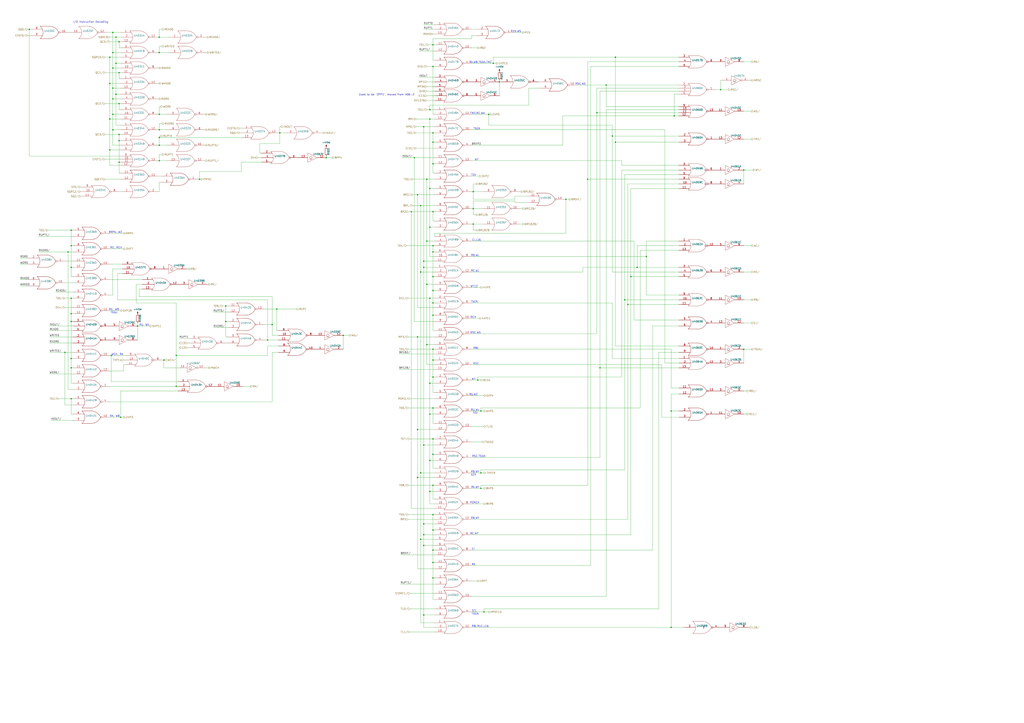
<source format=kicad_sch>
(kicad_sch (version 20211123) (generator eeschema)
  (paper "A1")
  (junction (at 185.42 264.16))
  (junction (at 223.52 266.7))
  (junction (at 347.98 430.53))
  (junction (at 355.6 54.61))
  (junction (at 345.44 168.91))
  (junction (at 58.42 294.64))
  (junction (at 345.44 223.52))
  (junction (at 97.79 59.69))
  (junction (at 342.9 392.43))
  (junction (at 58.42 264.16))
  (junction (at 55.88 207.01))
  (junction (at 130.81 30.48))
  (junction (at 58.42 219.71))
  (junction (at 405.13 52.07))
  (junction (at 353.06 314.96))
  (junction (at 347.98 214.63))
  (junction (at 353.06 97.79))
  (junction (at 353.06 340.36))
  (junction (at 90.17 46.99))
  (junction (at 464.82 163.83))
  (junction (at 90.17 68.58))
  (junction (at 551.18 515.62))
  (junction (at 553.72 95.25))
  (junction (at 394.97 337.82))
  (junction (at 144.78 292.1))
  (junction (at 388.62 157.48))
  (junction (at 355.6 462.28))
  (junction (at 58.42 302.26))
  (junction (at 219.71 279.4))
  (junction (at 502.92 111.76))
  (junction (at 410.21 67.31))
  (junction (at 353.06 186.69))
  (junction (at 505.46 46.99))
  (junction (at 144.78 317.5))
  (junction (at 394.97 401.32))
  (junction (at 130.81 119.38))
  (junction (at 92.71 72.39))
  (junction (at 347.98 505.46))
  (junction (at 355.6 360.68))
  (junction (at 388.62 171.45))
  (junction (at 281.94 275.59))
  (junction (at 350.52 198.12))
  (junction (at 355.6 201.93))
  (junction (at 95.25 52.07))
  (junction (at 347.98 219.71))
  (junction (at 492.76 302.26))
  (junction (at 90.17 97.79))
  (junction (at 163.83 147.32))
  (junction (at 482.6 147.32))
  (junction (at 355.6 238.76))
  (junction (at 355.6 309.88))
  (junction (at 355.6 116.84))
  (junction (at 92.71 26.67))
  (junction (at 350.52 283.21))
  (junction (at 355.6 474.98))
  (junction (at 347.98 365.76))
  (junction (at 355.6 109.22))
  (junction (at 610.87 139.7))
  (junction (at 355.6 248.92))
  (junction (at 355.6 173.99))
  (junction (at 392.43 312.42))
  (junction (at 347.98 439.42))
  (junction (at 497.84 69.85))
  (junction (at 130.81 43.18))
  (junction (at 53.34 289.56))
  (junction (at 340.36 129.54))
  (junction (at 95.25 30.48))
  (junction (at 24.13 24.13))
  (junction (at 355.6 134.62))
  (junction (at 130.81 132.08))
  (junction (at 353.06 378.46))
  (junction (at 490.22 92.71))
  (junction (at 97.79 115.57))
  (junction (at 58.42 201.93))
  (junction (at 227.33 254))
  (junction (at 353.06 154.94))
  (junction (at 113.03 267.97))
  (junction (at 355.6 335.28))
  (junction (at 345.44 388.62))
  (junction (at 92.71 43.18))
  (junction (at 355.6 422.91))
  (junction (at 58.42 257.81))
  (junction (at 350.52 147.32))
  (junction (at 355.6 435.61))
  (junction (at 355.6 287.02))
  (junction (at 355.6 227.33))
  (junction (at 401.32 93.98))
  (junction (at 134.62 295.91))
  (junction (at 130.81 106.68))
  (junction (at 58.42 189.23))
  (junction (at 342.9 160.02))
  (junction (at 58.42 245.11))
  (junction (at 353.06 90.17))
  (junction (at 267.97 129.54))
  (junction (at 523.24 219.71))
  (junction (at 551.18 337.82))
  (junction (at 342.9 353.06))
  (junction (at 92.71 55.88))
  (junction (at 97.79 110.49))
  (junction (at 355.6 295.91))
  (junction (at 350.52 233.68))
  (junction (at 355.6 373.38))
  (junction (at 229.87 109.22))
  (junction (at 97.79 34.29))
  (junction (at 530.86 210.82))
  (junction (at 92.71 81.28))
  (junction (at 505.46 116.84))
  (junction (at 388.62 184.15))
  (junction (at 353.06 403.86))
  (junction (at 353.06 245.11))
  (junction (at 99.06 342.9))
  (junction (at 90.17 123.19))
  (junction (at 130.81 93.98))
  (junction (at 342.9 276.86))
  (junction (at 397.51 502.92))
  (junction (at 610.87 287.02))
  (junction (at 58.42 327.66))
  (junction (at 347.98 104.14))
  (junction (at 355.6 259.08))
  (junction (at 513.08 246.38))
  (junction (at 185.42 251.46))
  (junction (at 518.16 227.33))
  (junction (at 355.6 398.78))
  (junction (at 591.82 73.66))
  (junction (at 345.44 443.23))
  (junction (at 337.82 173.99))
  (junction (at 130.81 113.03))
  (junction (at 92.71 93.98))
  (junction (at 347.98 448.31))
  (junction (at 92.71 106.68))
  (junction (at 394.97 388.62))
  (junction (at 97.79 133.35))
  (junction (at 355.6 36.83))
  (junction (at 91.44 292.1))
  (junction (at 515.62 250.19))
  (junction (at 355.6 452.12))
  (junction (at 355.6 207.01))
  (junction (at 95.25 77.47))
  (junction (at 97.79 85.09))
  (wire (pts (xy 90.17 229.87) (xy 116.84 229.87)))
  (wire (pts (xy 90.17 123.19) (xy 99.06 123.19)))
  (wire (pts (xy 219.71 246.38) (xy 96.52 246.38)))
  (wire (pts (xy 350.52 71.12) (xy 356.87 71.12)))
  (wire (pts (xy 153.67 220.98) (xy 154.94 220.98)))
  (wire (pts (xy 350.52 74.93) (xy 356.87 74.93)))
  (wire (pts (xy 154.94 278.13) (xy 147.32 278.13)))
  (wire (pts (xy 345.44 511.81) (xy 356.87 511.81)))
  (wire (pts (xy 434.34 86.36) (xy 434.34 72.39)))
  (wire (pts (xy 97.79 133.35) (xy 97.79 142.24)))
  (wire (pts (xy 356.87 455.93) (xy 328.93 455.93)))
  (wire (pts (xy 490.22 72.39) (xy 557.53 72.39)))
  (wire (pts (xy 130.81 113.03) (xy 198.12 113.03)))
  (wire (pts (xy 229.87 118.11) (xy 213.36 118.11)))
  (wire (pts (xy 490.22 72.39) (xy 490.22 92.71)))
  (wire (pts (xy 92.71 242.57) (xy 92.71 220.98)))
  (wire (pts (xy 610.87 246.38) (xy 617.22 246.38)))
  (wire (pts (xy 337.82 173.99) (xy 355.6 173.99)))
  (wire (pts (xy 347.98 219.71) (xy 347.98 365.76)))
  (wire (pts (xy 339.09 160.02) (xy 342.9 160.02)))
  (wire (pts (xy 505.46 46.99) (xy 557.53 46.99)))
  (wire (pts (xy 355.6 271.78) (xy 356.87 271.78)))
  (wire (pts (xy 185.42 281.94) (xy 186.69 281.94)))
  (wire (pts (xy 387.35 223.52) (xy 478.79 223.52)))
  (wire (pts (xy 347.98 439.42) (xy 347.98 448.31)))
  (wire (pts (xy 55.88 207.01) (xy 59.69 207.01)))
  (wire (pts (xy 557.53 302.26) (xy 492.76 302.26)))
  (wire (pts (xy 342.9 392.43) (xy 356.87 392.43)))
  (wire (pts (xy 335.28 398.78) (xy 355.6 398.78)))
  (wire (pts (xy 356.87 27.94) (xy 355.6 27.94)))
  (wire (pts (xy 355.6 31.75) (xy 355.6 36.83)))
  (wire (pts (xy 95.25 77.47) (xy 95.25 102.87)))
  (wire (pts (xy 492.76 375.92) (xy 387.35 375.92)))
  (wire (pts (xy 353.06 154.94) (xy 353.06 186.69)))
  (wire (pts (xy 90.17 217.17) (xy 100.33 217.17)))
  (wire (pts (xy 91.44 313.69) (xy 146.05 313.69)))
  (wire (pts (xy 353.06 314.96) (xy 353.06 340.36)))
  (wire (pts (xy 353.06 378.46) (xy 353.06 403.86)))
  (wire (pts (xy 59.69 307.34) (xy 40.64 307.34)))
  (wire (pts (xy 510.54 132.08) (xy 510.54 135.89)))
  (wire (pts (xy 355.6 398.78) (xy 356.87 398.78)))
  (wire (pts (xy 388.62 151.13) (xy 391.16 151.13)))
  (wire (pts (xy 111.76 233.68) (xy 116.84 233.68)))
  (wire (pts (xy 24.13 128.27) (xy 99.06 128.27)))
  (wire (pts (xy 335.28 335.28) (xy 355.6 335.28)))
  (wire (pts (xy 345.44 443.23) (xy 345.44 511.81)))
  (wire (pts (xy 96.52 224.79) (xy 100.33 224.79)))
  (wire (pts (xy 394.97 388.62) (xy 397.51 388.62)))
  (wire (pts (xy 170.18 43.18) (xy 168.91 43.18)))
  (wire (pts (xy 168.91 93.98) (xy 167.64 93.98)))
  (wire (pts (xy 355.6 54.61) (xy 355.6 93.98)))
  (wire (pts (xy 186.69 269.24) (xy 175.26 269.24)))
  (wire (pts (xy 345.44 223.52) (xy 356.87 223.52)))
  (wire (pts (xy 353.06 154.94) (xy 356.87 154.94)))
  (wire (pts (xy 144.78 292.1) (xy 144.78 317.5)))
  (wire (pts (xy 345.44 388.62) (xy 345.44 443.23)))
  (wire (pts (xy 114.3 237.49) (xy 116.84 237.49)))
  (wire (pts (xy 229.87 109.22) (xy 229.87 118.11)))
  (wire (pts (xy 350.52 67.31) (xy 356.87 67.31)))
  (wire (pts (xy 92.71 81.28) (xy 99.06 81.28)))
  (wire (pts (xy 185.42 251.46) (xy 185.42 264.16)))
  (wire (pts (xy 478.79 223.52) (xy 478.79 219.71)))
  (wire (pts (xy 341.63 97.79) (xy 353.06 97.79)))
  (wire (pts (xy 355.6 109.22) (xy 356.87 109.22)))
  (wire (pts (xy 429.26 184.15) (xy 426.72 184.15)))
  (wire (pts (xy 198.12 133.35) (xy 214.63 133.35)))
  (wire (pts (xy 356.87 116.84) (xy 355.6 116.84)))
  (wire (pts (xy 185.42 251.46) (xy 186.69 251.46)))
  (wire (pts (xy 223.52 266.7) (xy 223.52 275.59)))
  (wire (pts (xy 55.88 320.04) (xy 55.88 207.01)))
  (wire (pts (xy 347.98 365.76) (xy 356.87 365.76)))
  (wire (pts (xy 129.54 157.48) (xy 130.81 157.48)))
  (wire (pts (xy 130.81 38.1) (xy 130.81 43.18)))
  (wire (pts (xy 130.81 24.13) (xy 130.81 30.48)))
  (wire (pts (xy 130.81 119.38) (xy 137.16 119.38)))
  (wire (pts (xy 355.6 492.76) (xy 356.87 492.76)))
  (wire (pts (xy 86.36 130.81) (xy 99.06 130.81)))
  (wire (pts (xy 551.18 323.85) (xy 557.53 323.85)))
  (wire (pts (xy 217.17 266.7) (xy 223.52 266.7)))
  (wire (pts (xy 90.17 68.58) (xy 99.06 68.58)))
  (wire (pts (xy 163.83 140.97) (xy 198.12 140.97)))
  (wire (pts (xy 513.08 246.38) (xy 513.08 386.08)))
  (wire (pts (xy 97.79 157.48) (xy 99.06 157.48)))
  (wire (pts (xy 525.78 335.28) (xy 525.78 205.74)))
  (wire (pts (xy 355.6 93.98) (xy 356.87 93.98)))
  (wire (pts (xy 394.97 401.32) (xy 397.51 401.32)))
  (wire (pts (xy 337.82 417.83) (xy 356.87 417.83)))
  (wire (pts (xy 557.53 87.63) (xy 497.84 87.63)))
  (wire (pts (xy 97.79 110.49) (xy 99.06 110.49)))
  (wire (pts (xy 355.6 227.33) (xy 356.87 227.33)))
  (wire (pts (xy 473.71 69.85) (xy 497.84 69.85)))
  (wire (pts (xy 58.42 327.66) (xy 58.42 340.36)))
  (wire (pts (xy 397.51 500.38) (xy 541.02 500.38)))
  (wire (pts (xy 410.21 66.04) (xy 410.21 67.31)))
  (wire (pts (xy 130.81 93.98) (xy 137.16 93.98)))
  (wire (pts (xy 355.6 295.91) (xy 356.87 295.91)))
  (wire (pts (xy 535.94 267.97) (xy 557.53 267.97)))
  (wire (pts (xy 530.86 210.82) (xy 530.86 242.57)))
  (wire (pts (xy 405.13 52.07) (xy 405.13 46.99)))
  (wire (pts (xy 162.56 147.32) (xy 163.83 147.32)))
  (wire (pts (xy 405.13 52.07) (xy 407.67 52.07)))
  (wire (pts (xy 95.25 30.48) (xy 95.25 52.07)))
  (wire (pts (xy 58.42 189.23) (xy 58.42 201.93)))
  (wire (pts (xy 223.52 289.56) (xy 228.6 289.56)))
  (wire (pts (xy 356.87 303.53) (xy 327.66 303.53)))
  (wire (pts (xy 229.87 104.14) (xy 231.14 104.14)))
  (wire (pts (xy 401.32 93.98) (xy 402.59 93.98)))
  (wire (pts (xy 281.94 287.02) (xy 281.94 275.59)))
  (wire (pts (xy 347.98 448.31) (xy 356.87 448.31)))
  (wire (pts (xy 90.17 342.9) (xy 99.06 342.9)))
  (wire (pts (xy 610.87 139.7) (xy 618.49 139.7)))
  (wire (pts (xy 113.03 267.97) (xy 123.19 267.97)))
  (wire (pts (xy 57.15 26.67) (xy 55.88 26.67)))
  (wire (pts (xy 114.3 243.84) (xy 114.3 237.49)))
  (wire (pts (xy 355.6 295.91) (xy 355.6 309.88)))
  (wire (pts (xy 355.6 248.92) (xy 356.87 248.92)))
  (wire (pts (xy 388.62 165.1) (xy 422.91 165.1)))
  (wire (pts (xy 129.54 119.38) (xy 130.81 119.38)))
  (wire (pts (xy 144.78 292.1) (xy 219.71 292.1)))
  (wire (pts (xy 505.46 116.84) (xy 557.53 116.84)))
  (wire (pts (xy 347.98 505.46) (xy 356.87 505.46)))
  (wire (pts (xy 551.18 287.02) (xy 551.18 318.77)))
  (wire (pts (xy 345.44 388.62) (xy 356.87 388.62)))
  (wire (pts (xy 355.6 134.62) (xy 355.6 142.24)))
  (wire (pts (xy 482.6 398.78) (xy 394.97 398.78)))
  (wire (pts (xy 490.22 274.32) (xy 387.35 274.32)))
  (wire (pts (xy 387.35 132.08) (xy 510.54 132.08)))
  (wire (pts (xy 58.42 245.11) (xy 58.42 257.81)))
  (wire (pts (xy 394.97 401.32) (xy 394.97 398.78)))
  (wire (pts (xy 339.09 147.32) (xy 350.52 147.32)))
  (wire (pts (xy 356.87 20.32) (xy 347.98 20.32)))
  (wire (pts (xy 510.54 135.89) (xy 557.53 135.89)))
  (wire (pts (xy 350.52 147.32) (xy 356.87 147.32)))
  (wire (pts (xy 355.6 49.53) (xy 356.87 49.53)))
  (wire (pts (xy 355.6 347.98) (xy 356.87 347.98)))
  (wire (pts (xy 535.94 452.12) (xy 535.94 267.97)))
  (wire (pts (xy 96.52 246.38) (xy 96.52 224.79)))
  (wire (pts (xy 90.17 46.99) (xy 99.06 46.99)))
  (wire (pts (xy 144.78 248.92) (xy 144.78 292.1)))
  (wire (pts (xy 347.98 214.63) (xy 347.98 219.71)))
  (wire (pts (xy 342.9 353.06) (xy 356.87 353.06)))
  (wire (pts (xy 58.42 264.16) (xy 58.42 294.64)))
  (wire (pts (xy 355.6 335.28) (xy 356.87 335.28)))
  (wire (pts (xy 347.98 365.76) (xy 347.98 430.53)))
  (wire (pts (xy 22.86 217.17) (xy 16.51 217.17)))
  (wire (pts (xy 492.76 74.93) (xy 492.76 302.26)))
  (wire (pts (xy 130.81 106.68) (xy 137.16 106.68)))
  (wire (pts (xy 347.98 430.53) (xy 356.87 430.53)))
  (wire (pts (xy 353.06 210.82) (xy 356.87 210.82)))
  (wire (pts (xy 342.9 160.02) (xy 342.9 252.73)))
  (wire (pts (xy 113.03 267.97) (xy 113.03 279.4)))
  (wire (pts (xy 505.46 46.99) (xy 505.46 116.84)))
  (wire (pts (xy 130.81 43.18) (xy 138.43 43.18)))
  (wire (pts (xy 185.42 264.16) (xy 186.69 264.16)))
  (wire (pts (xy 163.83 147.32) (xy 165.1 147.32)))
  (wire (pts (xy 134.62 295.91) (xy 134.62 302.26)))
  (wire (pts (xy 356.87 487.68) (xy 336.55 487.68)))
  (wire (pts (xy 335.28 245.11) (xy 353.06 245.11)))
  (wire (pts (xy 39.37 189.23) (xy 58.42 189.23)))
  (wire (pts (xy 213.36 118.11) (xy 213.36 125.73)))
  (wire (pts (xy 58.42 340.36) (xy 59.69 340.36)))
  (wire (pts (xy 355.6 36.83) (xy 355.6 49.53)))
  (wire (pts (xy 198.12 140.97) (xy 198.12 133.35)))
  (wire (pts (xy 350.52 299.72) (xy 356.87 299.72)))
  (wire (pts (xy 58.42 219.71) (xy 58.42 227.33)))
  (wire (pts (xy 353.06 245.11) (xy 356.87 245.11)))
  (wire (pts (xy 59.69 320.04) (xy 55.88 320.04)))
  (wire (pts (xy 53.34 332.74) (xy 59.69 332.74)))
  (wire (pts (xy 97.79 115.57) (xy 97.79 133.35)))
  (wire (pts (xy 91.44 292.1) (xy 91.44 313.69)))
  (wire (pts (xy 347.98 219.71) (xy 356.87 219.71)))
  (wire (pts (xy 553.72 95.25) (xy 557.53 95.25)))
  (wire (pts (xy 97.79 90.17) (xy 99.06 90.17)))
  (wire (pts (xy 350.52 90.17) (xy 353.06 90.17)))
  (wire (pts (xy 388.62 163.83) (xy 422.91 163.83)))
  (wire (pts (xy 90.17 34.29) (xy 97.79 34.29)))
  (wire (pts (xy 387.35 350.52) (xy 397.51 350.52)))
  (wire (pts (xy 546.1 298.45) (xy 557.53 298.45)))
  (wire (pts (xy 355.6 462.28) (xy 356.87 462.28)))
  (wire (pts (xy 591.82 73.66) (xy 598.17 73.66)))
  (wire (pts (xy 130.81 132.08) (xy 137.16 132.08)))
  (wire (pts (xy 591.82 66.04) (xy 591.82 73.66)))
  (wire (pts (xy 541.02 500.38) (xy 541.02 289.56)))
  (wire (pts (xy 347.98 448.31) (xy 347.98 505.46)))
  (wire (pts (xy 355.6 54.61) (xy 356.87 54.61)))
  (wire (pts (xy 394.97 335.28) (xy 525.78 335.28)))
  (wire (pts (xy 422.91 166.37) (xy 433.07 166.37)))
  (wire (pts (xy 502.92 223.52) (xy 557.53 223.52)))
  (wire (pts (xy 182.88 251.46) (xy 185.42 251.46)))
  (wire (pts (xy 350.52 54.61) (xy 355.6 54.61)))
  (wire (pts (xy 355.6 142.24) (xy 356.87 142.24)))
  (wire (pts (xy 345.44 443.23) (xy 356.87 443.23)))
  (wire (pts (xy 557.53 154.94) (xy 518.16 154.94)))
  (wire (pts (xy 16.51 234.95) (xy 22.86 234.95)))
  (wire (pts (xy 505.46 116.84) (xy 505.46 284.48)))
  (wire (pts (xy 347.98 515.62) (xy 356.87 515.62)))
  (wire (pts (xy 168.91 302.26) (xy 171.45 302.26)))
  (wire (pts (xy 394.97 337.82) (xy 397.51 337.82)))
  (wire (pts (xy 546.1 106.68) (xy 546.1 298.45)))
  (wire (pts (xy 387.35 325.12) (xy 397.51 325.12)))
  (wire (pts (xy 387.35 477.52) (xy 392.43 477.52)))
  (wire (pts (xy 227.33 254) (xy 243.84 254)))
  (wire (pts (xy 482.6 50.8) (xy 482.6 147.32)))
  (wire (pts (xy 31.75 207.01) (xy 55.88 207.01)))
  (wire (pts (xy 614.68 515.62) (xy 615.95 515.62)))
  (wire (pts (xy 490.22 92.71) (xy 490.22 274.32)))
  (wire (pts (xy 90.17 30.48) (xy 95.25 30.48)))
  (wire (pts (xy 482.6 147.32) (xy 482.6 398.78)))
  (wire (pts (xy 58.42 219.71) (xy 59.69 219.71)))
  (wire (pts (xy 525.78 205.74) (xy 557.53 205.74)))
  (wire (pts (xy 347.98 214.63) (xy 356.87 214.63)))
  (wire (pts (xy 97.79 64.77) (xy 99.06 64.77)))
  (wire (pts (xy 59.69 201.93) (xy 58.42 201.93)))
  (wire (pts (xy 557.53 337.82) (xy 551.18 337.82)))
  (wire (pts (xy 129.54 144.78) (xy 132.08 144.78)))
  (wire (pts (xy 199.39 317.5) (xy 205.74 317.5)))
  (wire (pts (xy 92.71 26.67) (xy 99.06 26.67)))
  (wire (pts (xy 53.34 289.56) (xy 53.34 332.74)))
  (wire (pts (xy 95.25 77.47) (xy 99.06 77.47)))
  (wire (pts (xy 340.36 264.16) (xy 356.87 264.16)))
  (wire (pts (xy 92.71 72.39) (xy 92.71 81.28)))
  (wire (pts (xy 356.87 24.13) (xy 347.98 24.13)))
  (wire (pts (xy 387.35 312.42) (xy 392.43 312.42)))
  (wire (pts (xy 347.98 104.14) (xy 347.98 214.63)))
  (wire (pts (xy 223.52 243.84) (xy 223.52 266.7)))
  (wire (pts (xy 513.08 143.51) (xy 513.08 246.38)))
  (wire (pts (xy 185.42 276.86) (xy 186.69 276.86)))
  (wire (pts (xy 355.6 452.12) (xy 356.87 452.12)))
  (wire (pts (xy 543.56 342.9) (xy 557.53 342.9)))
  (wire (pts (xy 515.62 151.13) (xy 515.62 250.19)))
  (wire (pts (xy 610.87 287.02) (xy 610.87 298.45)))
  (wire (pts (xy 223.52 243.84) (xy 114.3 243.84)))
  (wire (pts (xy 347.98 430.53) (xy 347.98 439.42)))
  (wire (pts (xy 196.85 109.22) (xy 198.12 109.22)))
  (wire (pts (xy 24.13 24.13) (xy 24.13 128.27)))
  (wire (pts (xy 92.71 43.18) (xy 92.71 55.88)))
  (wire (pts (xy 387.35 52.07) (xy 405.13 52.07)))
  (wire (pts (xy 90.17 304.8) (xy 101.6 304.8)))
  (wire (pts (xy 485.14 464.82) (xy 485.14 54.61)))
  (wire (pts (xy 610.87 321.31) (xy 613.41 321.31)))
  (wire (pts (xy 347.98 439.42) (xy 356.87 439.42)))
  (wire (pts (xy 97.79 133.35) (xy 99.06 133.35)))
  (wire (pts (xy 356.87 191.77) (xy 356.87 194.31)))
  (wire (pts (xy 99.06 342.9) (xy 99.06 321.31)))
  (wire (pts (xy 90.17 242.57) (xy 92.71 242.57)))
  (wire (pts (xy 92.71 81.28) (xy 92.71 93.98)))
  (wire (pts (xy 356.87 426.72) (xy 335.28 426.72)))
  (wire (pts (xy 353.06 378.46) (xy 356.87 378.46)))
  (wire (pts (xy 388.62 184.15) (xy 396.24 184.15)))
  (wire (pts (xy 219.71 279.4) (xy 228.6 279.4)))
  (wire (pts (xy 610.87 91.44) (xy 617.22 91.44)))
  (wire (pts (xy 58.42 327.66) (xy 59.69 327.66)))
  (wire (pts (xy 355.6 452.12) (xy 355.6 462.28)))
  (wire (pts (xy 510.54 139.7) (xy 557.53 139.7)))
  (wire (pts (xy 58.42 257.81) (xy 58.42 264.16)))
  (wire (pts (xy 59.69 345.44) (xy 41.91 345.44)))
  (wire (pts (xy 219.71 279.4) (xy 219.71 246.38)))
  (wire (pts (xy 387.35 184.15) (xy 388.62 184.15)))
  (wire (pts (xy 518.16 154.94) (xy 518.16 227.33)))
  (wire (pts (xy 59.69 267.97) (xy 40.64 267.97)))
  (wire (pts (xy 345.44 168.91) (xy 345.44 223.52)))
  (wire (pts (xy 502.92 102.87) (xy 502.92 111.76)))
  (wire (pts (xy 340.36 129.54) (xy 356.87 129.54)))
  (wire (pts (xy 387.35 39.37) (xy 392.43 39.37)))
  (wire (pts (xy 355.6 31.75) (xy 387.35 31.75)))
  (wire (pts (xy 97.79 85.09) (xy 99.06 85.09)))
  (wire (pts (xy 101.6 299.72) (xy 102.87 299.72)))
  (wire (pts (xy 134.62 295.91) (xy 135.89 295.91)))
  (wire (pts (xy 530.86 198.12) (xy 530.86 210.82)))
  (wire (pts (xy 130.81 127) (xy 133.35 127)))
  (wire (pts (xy 113.03 265.43) (xy 113.03 267.97)))
  (wire (pts (xy 92.71 106.68) (xy 99.06 106.68)))
  (wire (pts (xy 92.71 93.98) (xy 99.06 93.98)))
  (wire (pts (xy 129.54 30.48) (xy 130.81 30.48)))
  (wire (pts (xy 281.94 275.59) (xy 287.02 275.59)))
  (wire (pts (xy 22.86 212.09) (xy 16.51 212.09)))
  (wire (pts (xy 90.17 191.77) (xy 101.6 191.77)))
  (wire (pts (xy 350.52 147.32) (xy 350.52 198.12)))
  (wire (pts (xy 91.44 292.1) (xy 102.87 292.1)))
  (wire (pts (xy 342.9 353.06) (xy 342.9 392.43)))
  (wire (pts (xy 355.6 207.01) (xy 356.87 207.01)))
  (wire (pts (xy 355.6 435.61) (xy 355.6 452.12)))
  (wire (pts (xy 492.76 302.26) (xy 492.76 375.92)))
  (wire (pts (xy 345.44 168.91) (xy 356.87 168.91)))
  (wire (pts (xy 464.82 163.83) (xy 467.36 163.83)))
  (wire (pts (xy 388.62 171.45) (xy 396.24 171.45)))
  (wire (pts (xy 170.18 233.68) (xy 171.45 233.68)))
  (wire (pts (xy 92.71 106.68) (xy 92.71 119.38)))
  (wire (pts (xy 405.13 46.99) (xy 505.46 46.99)))
  (wire (pts (xy 86.36 46.99) (xy 90.17 46.99)))
  (wire (pts (xy 92.71 119.38) (xy 99.06 119.38)))
  (wire (pts (xy 335.28 276.86) (xy 342.9 276.86)))
  (wire (pts (xy 351.79 36.83) (xy 355.6 36.83)))
  (wire (pts (xy 410.21 67.31) (xy 411.48 67.31)))
  (wire (pts (xy 335.28 422.91) (xy 355.6 422.91)))
  (wire (pts (xy 144.78 248.92) (xy 111.76 248.92)))
  (wire (pts (xy 502.92 248.92) (xy 502.92 294.64)))
  (wire (pts (xy 90.17 317.5) (xy 144.78 317.5)))
  (wire (pts (xy 92.71 55.88) (xy 99.06 55.88)))
  (wire (pts (xy 212.09 129.54) (xy 214.63 129.54)))
  (wire (pts (xy 97.79 34.29) (xy 97.79 39.37)))
  (wire (pts (xy 355.6 410.21) (xy 356.87 410.21)))
  (wire (pts (xy 387.35 248.92) (xy 502.92 248.92)))
  (wire (pts (xy 355.6 207.01) (xy 355.6 227.33)))
  (wire (pts (xy 388.62 165.1) (xy 388.62 171.45)))
  (wire (pts (xy 66.04 161.29) (xy 67.31 161.29)))
  (wire (pts (xy 130.81 87.63) (xy 130.81 93.98)))
  (wire (pts (xy 497.84 490.22) (xy 497.84 90.17)))
  (wire (pts (xy 387.35 171.45) (xy 388.62 171.45)))
  (wire (pts (xy 394.97 337.82) (xy 394.97 335.28)))
  (wire (pts (xy 344.17 41.91) (xy 356.87 41.91)))
  (wire (pts (xy 97.79 110.49) (xy 97.79 115.57)))
  (wire (pts (xy 355.6 238.76) (xy 355.6 248.92)))
  (wire (pts (xy 129.54 106.68) (xy 130.81 106.68)))
  (wire (pts (xy 167.64 132.08) (xy 168.91 132.08)))
  (wire (pts (xy 229.87 109.22) (xy 233.68 109.22)))
  (wire (pts (xy 421.64 26.67) (xy 429.26 26.67)))
  (wire (pts (xy 422.91 161.29) (xy 433.07 161.29)))
  (wire (pts (xy 551.18 515.62) (xy 561.34 515.62)))
  (wire (pts (xy 353.06 186.69) (xy 353.06 210.82)))
  (wire (pts (xy 90.17 135.89) (xy 99.06 135.89)))
  (wire (pts (xy 58.42 302.26) (xy 58.42 314.96)))
  (wire (pts (xy 610.87 265.43) (xy 617.22 265.43)))
  (wire (pts (xy 223.52 330.2) (xy 223.52 289.56)))
  (wire (pts (xy 356.87 500.38) (xy 336.55 500.38)))
  (wire (pts (xy 58.42 189.23) (xy 59.69 189.23)))
  (wire (pts (xy 350.52 233.68) (xy 356.87 233.68)))
  (wire (pts (xy 610.87 223.52) (xy 617.22 223.52)))
  (wire (pts (xy 130.81 157.48) (xy 130.81 149.86)))
  (wire (pts (xy 355.6 259.08) (xy 356.87 259.08)))
  (wire (pts (xy 355.6 238.76) (xy 356.87 238.76)))
  (wire (pts (xy 92.71 55.88) (xy 92.71 72.39)))
  (wire (pts (xy 90.17 46.99) (xy 90.17 68.58)))
  (wire (pts (xy 387.35 414.02) (xy 397.51 414.02)))
  (wire (pts (xy 355.6 462.28) (xy 355.6 474.98)))
  (wire (pts (xy 387.35 401.32) (xy 394.97 401.32)))
  (wire (pts (xy 523.24 219.71) (xy 557.53 219.71)))
  (wire (pts (xy 86.36 85.09) (xy 97.79 85.09)))
  (wire (pts (xy 515.62 250.19) (xy 515.62 426.72)))
  (wire (pts (xy 355.6 181.61) (xy 356.87 181.61)))
  (wire (pts (xy 353.06 186.69) (xy 356.87 186.69)))
  (wire (pts (xy 59.69 281.94) (xy 40.64 281.94)))
  (wire (pts (xy 342.9 276.86) (xy 342.9 353.06)))
  (wire (pts (xy 356.87 63.5) (xy 344.17 63.5)))
  (wire (pts (xy 355.6 474.98) (xy 356.87 474.98)))
  (wire (pts (xy 397.51 502.92) (xy 401.32 502.92)))
  (wire (pts (xy 615.95 66.04) (xy 617.22 66.04)))
  (wire (pts (xy 97.79 59.69) (xy 99.06 59.69)))
  (wire (pts (xy 387.35 144.78) (xy 393.7 144.78)))
  (wire (pts (xy 353.06 90.17) (xy 356.87 90.17)))
  (wire (pts (xy 551.18 337.82) (xy 551.18 515.62)))
  (wire (pts (xy 518.16 439.42) (xy 387.35 439.42)))
  (wire (pts (xy 387.35 31.75) (xy 387.35 29.21)))
  (wire (pts (xy 392.43 309.88) (xy 510.54 309.88)))
  (wire (pts (xy 355.6 173.99) (xy 356.87 173.99)))
  (wire (pts (xy 130.81 81.28) (xy 129.54 81.28)))
  (wire (pts (xy 345.44 223.52) (xy 345.44 388.62)))
  (wire (pts (xy 387.35 261.62) (xy 393.7 261.62)))
  (wire (pts (xy 40.64 289.56) (xy 53.34 289.56)))
  (wire (pts (xy 557.53 246.38) (xy 513.08 246.38)))
  (wire (pts (xy 387.35 337.82) (xy 394.97 337.82)))
  (wire (pts (xy 130.81 55.88) (xy 129.54 55.88)))
  (wire (pts (xy 90.17 330.2) (xy 223.52 330.2)))
  (wire (pts (xy 353.06 97.79) (xy 353.06 154.94)))
  (wire (pts (xy 24.13 24.13) (xy 25.4 24.13)))
  (wire (pts (xy 355.6 373.38) (xy 356.87 373.38)))
  (wire (pts (xy 350.52 283.21) (xy 350.52 299.72)))
  (wire (pts (xy 330.2 129.54) (xy 340.36 129.54)))
  (wire (pts (xy 388.62 184.15) (xy 388.62 189.23)))
  (wire (pts (xy 97.79 34.29) (xy 99.06 34.29)))
  (wire (pts (xy 90.17 123.19) (xy 90.17 135.89)))
  (wire (pts (xy 387.35 363.22) (xy 396.24 363.22)))
  (wire (pts (xy 95.25 52.07) (xy 99.06 52.07)))
  (wire (pts (xy 478.79 219.71) (xy 523.24 219.71)))
  (wire (pts (xy 497.84 87.63) (xy 497.84 69.85)))
  (wire (pts (xy 482.6 50.8) (xy 557.53 50.8)))
  (wire (pts (xy 387.35 93.98) (xy 401.32 93.98)))
  (wire (pts (xy 463.55 163.83) (xy 464.82 163.83)))
  (wire (pts (xy 229.87 104.14) (xy 229.87 109.22)))
  (wire (pts (xy 355.6 373.38) (xy 355.6 384.81)))
  (wire (pts (xy 551.18 323.85) (xy 551.18 337.82)))
  (wire (pts (xy 86.36 59.69) (xy 97.79 59.69)))
  (wire (pts (xy 387.35 157.48) (xy 388.62 157.48)))
  (wire (pts (xy 58.42 264.16) (xy 59.69 264.16)))
  (wire (pts (xy 557.53 147.32) (xy 482.6 147.32)))
  (wire (pts (xy 350.52 283.21) (xy 356.87 283.21)))
  (wire (pts (xy 462.28 95.25) (xy 553.72 95.25)))
  (wire (pts (xy 355.6 227.33) (xy 355.6 238.76)))
  (wire (pts (xy 387.35 29.21) (xy 391.16 29.21)))
  (wire (pts (xy 610.87 201.93) (xy 617.22 201.93)))
  (wire (pts (xy 92.71 93.98) (xy 92.71 106.68)))
  (wire (pts (xy 22.86 229.87) (xy 16.51 229.87)))
  (wire (pts (xy 97.79 142.24) (xy 99.06 142.24)))
  (wire (pts (xy 553.72 77.47) (xy 553.72 95.25)))
  (wire (pts (xy 58.42 227.33) (xy 59.69 227.33)))
  (wire (pts (xy 355.6 36.83) (xy 356.87 36.83)))
  (wire (pts (xy 92.71 43.18) (xy 99.06 43.18)))
  (wire (pts (xy 342.9 252.73) (xy 356.87 252.73)))
  (wire (pts (xy 99.06 342.9) (xy 101.6 342.9)))
  (wire (pts (xy 217.17 279.4) (xy 219.71 279.4)))
  (wire (pts (xy 588.01 73.66) (xy 591.82 73.66)))
  (wire (pts (xy 219.71 292.1) (xy 219.71 284.48)))
  (wire (pts (xy 387.35 464.82) (xy 485.14 464.82)))
  (wire (pts (xy 355.6 422.91) (xy 355.6 435.61)))
  (wire (pts (xy 387.35 515.62) (xy 551.18 515.62)))
  (wire (pts (xy 355.6 360.68) (xy 355.6 373.38)))
  (wire (pts (xy 401.32 93.98) (xy 401.32 102.87)))
  (wire (pts (xy 133.35 101.6) (xy 130.81 101.6)))
  (wire (pts (xy 59.69 276.86) (xy 40.64 276.86)))
  (wire (pts (xy 355.6 248.92) (xy 355.6 259.08)))
  (wire (pts (xy 557.53 92.71) (xy 490.22 92.71)))
  (wire (pts (xy 610.87 287.02) (xy 617.22 287.02)))
  (wire (pts (xy 355.6 116.84) (xy 355.6 134.62)))
  (wire (pts (xy 518.16 227.33) (xy 518.16 439.42)))
  (wire (pts (xy 350.52 82.55) (xy 356.87 82.55)))
  (wire (pts (xy 387.35 24.13) (xy 391.16 24.13)))
  (wire (pts (xy 353.06 340.36) (xy 353.06 378.46)))
  (wire (pts (xy 90.17 68.58) (xy 90.17 97.79)))
  (wire (pts (xy 95.25 30.48) (xy 99.06 30.48)))
  (wire (pts (xy 356.87 480.06) (xy 328.93 480.06)))
  (wire (pts (xy 334.01 201.93) (xy 355.6 201.93)))
  (wire (pts (xy 513.08 143.51) (xy 557.53 143.51)))
  (wire (pts (xy 388.62 151.13) (xy 388.62 157.48)))
  (wire (pts (xy 132.08 87.63) (xy 130.81 87.63)))
  (wire (pts (xy 520.7 262.89) (xy 557.53 262.89)))
  (wire (pts (xy 90.17 97.79) (xy 90.17 123.19)))
  (wire (pts (xy 387.35 452.12) (xy 535.94 452.12)))
  (wire (pts (xy 355.6 474.98) (xy 355.6 492.76)))
  (wire (pts (xy 355.6 322.58) (xy 356.87 322.58)))
  (wire (pts (xy 168.91 106.68) (xy 167.64 106.68)))
  (wire (pts (xy 228.6 109.22) (xy 229.87 109.22)))
  (wire (pts (xy 347.98 505.46) (xy 347.98 515.62)))
  (wire (pts (xy 153.67 281.94) (xy 154.94 281.94)))
  (wire (pts (xy 58.42 294.64) (xy 59.69 294.64)))
  (wire (pts (xy 336.55 519.43) (xy 356.87 519.43)))
  (wire (pts (xy 58.42 294.64) (xy 58.42 302.26)))
  (wire (pts (xy 388.62 157.48) (xy 388.62 163.83)))
  (wire (pts (xy 53.34 245.11) (xy 58.42 245.11)))
  (wire (pts (xy 167.64 119.38) (xy 168.91 119.38)))
  (wire (pts (xy 48.26 327.66) (xy 58.42 327.66)))
  (wire (pts (xy 267.97 128.27) (xy 267.97 129.54)))
  (wire (pts (xy 510.54 309.88) (xy 510.54 139.7)))
  (wire (pts (xy 410.21 67.31) (xy 410.21 78.74)))
  (wire (pts (xy 342.9 467.36) (xy 356.87 467.36)))
  (wire (pts (xy 464.82 191.77) (xy 356.87 191.77)))
  (wire (pts (xy 92.71 72.39) (xy 99.06 72.39)))
  (wire (pts (xy 387.35 210.82) (xy 530.86 210.82)))
  (wire (pts (xy 392.43 312.42) (xy 392.43 309.88)))
  (wire (pts (xy 130.81 113.03) (xy 130.81 119.38)))
  (wire (pts (xy 426.72 171.45) (xy 429.26 171.45)))
  (wire (pts (xy 130.81 24.13) (xy 133.35 24.13)))
  (wire (pts (xy 387.35 502.92) (xy 397.51 502.92)))
  (wire (pts (xy 610.87 50.8) (xy 617.22 50.8)))
  (wire (pts (xy 557.53 227.33) (xy 518.16 227.33)))
  (wire (pts (xy 392.43 312.42) (xy 394.97 312.42)))
  (wire (pts (xy 99.06 321.31) (xy 146.05 321.31)))
  (wire (pts (xy 22.86 24.13) (xy 24.13 24.13)))
  (wire (pts (xy 92.71 220.98) (xy 100.33 220.98)))
  (wire (pts (xy 520.7 198.12) (xy 520.7 262.89)))
  (wire (pts (xy 350.52 198.12) (xy 356.87 198.12)))
  (wire (pts (xy 541.02 289.56) (xy 557.53 289.56)))
  (wire (pts (xy 353.06 403.86) (xy 353.06 414.02)))
  (wire (pts (xy 53.34 232.41) (xy 59.69 232.41)))
  (wire (pts (xy 485.14 54.61) (xy 557.53 54.61)))
  (wire (pts (xy 130.81 149.86) (xy 132.08 149.86)))
  (wire (pts (xy 515.62 426.72) (xy 387.35 426.72)))
  (wire (pts (xy 388.62 176.53) (xy 391.16 176.53)))
  (wire (pts (xy 426.72 157.48) (xy 427.99 157.48)))
  (wire (pts (xy 95.25 52.07) (xy 95.25 77.47)))
  (wire (pts (xy 492.76 74.93) (xy 557.53 74.93)))
  (wire (pts (xy 353.06 403.86) (xy 356.87 403.86)))
  (wire (pts (xy 355.6 422.91) (xy 356.87 422.91)))
  (wire (pts (xy 58.42 201.93) (xy 58.42 219.71)))
  (wire (pts (xy 95.25 102.87) (xy 99.06 102.87)))
  (wire (pts (xy 610.87 114.3) (xy 617.22 114.3)))
  (wire (pts (xy 342.9 276.86) (xy 356.87 276.86)))
  (wire (pts (xy 97.79 85.09) (xy 97.79 90.17)))
  (wire (pts (xy 336.55 327.66) (xy 356.87 327.66)))
  (wire (pts (xy 223.52 275.59) (xy 228.6 275.59)))
  (wire (pts (xy 502.92 111.76) (xy 557.53 111.76)))
  (wire (pts (xy 347.98 104.14) (xy 356.87 104.14)))
  (wire (pts (xy 341.63 121.92) (xy 356.87 121.92)))
  (wire (pts (xy 129.54 93.98) (xy 130.81 93.98)))
  (wire (pts (xy 610.87 340.36) (xy 613.41 340.36)))
  (wire (pts (xy 610.87 139.7) (xy 610.87 151.13)))
  (wire (pts (xy 355.6 435.61) (xy 356.87 435.61)))
  (wire (pts (xy 355.6 384.81) (xy 356.87 384.81)))
  (wire (pts (xy 397.51 502.92) (xy 397.51 500.38)))
  (wire (pts (xy 341.63 104.14) (xy 347.98 104.14)))
  (wire (pts (xy 129.54 43.18) (xy 130.81 43.18)))
  (wire (pts (xy 342.9 392.43) (xy 342.9 467.36)))
  (wire (pts (xy 353.06 340.36) (xy 356.87 340.36)))
  (wire (pts (xy 462.28 119.38) (xy 462.28 95.25)))
  (wire (pts (xy 388.62 157.48) (xy 396.24 157.48)))
  (wire (pts (xy 22.86 29.21) (xy 25.4 29.21)))
  (wire (pts (xy 335.28 173.99) (xy 337.82 173.99)))
  (wire (pts (xy 387.35 299.72) (xy 543.56 299.72)))
  (wire (pts (xy 86.36 147.32) (xy 99.06 147.32)))
  (wire (pts (xy 265.43 109.22) (xy 264.16 109.22)))
  (wire (pts (xy 90.17 292.1) (xy 91.44 292.1)))
  (wire (pts (xy 66.04 153.67) (xy 67.31 153.67)))
  (wire (pts (xy 434.34 72.39) (xy 443.23 72.39)))
  (wire (pts (xy 90.17 204.47) (xy 101.6 204.47)))
  (wire (pts (xy 557.53 250.19) (xy 515.62 250.19)))
  (wire (pts (xy 101.6 295.91) (xy 102.87 295.91)))
  (wire (pts (xy 130.81 30.48) (xy 138.43 30.48)))
  (wire (pts (xy 355.6 398.78) (xy 355.6 410.21)))
  (wire (pts (xy 227.33 271.78) (xy 228.6 271.78)))
  (wire (pts (xy 502.92 111.76) (xy 502.92 223.52)))
  (wire (pts (xy 58.42 302.26) (xy 59.69 302.26)))
  (wire (pts (xy 387.35 106.68) (xy 546.1 106.68)))
  (wire (pts (xy 130.81 68.58) (xy 129.54 68.58)))
  (wire (pts (xy 144.78 317.5) (xy 146.05 317.5)))
  (wire (pts (xy 515.62 151.13) (xy 557.53 151.13)))
  (wire (pts (xy 90.17 97.79) (xy 99.06 97.79)))
  (wire (pts (xy 513.08 386.08) (xy 394.97 386.08)))
  (wire (pts (xy 92.71 26.67) (xy 92.71 43.18)))
  (wire (pts (xy 53.34 289.56) (xy 59.69 289.56)))
  (wire (pts (xy 497.84 69.85) (xy 557.53 69.85)))
  (wire (pts (xy 130.81 111.76) (xy 130.81 113.03)))
  (wire (pts (xy 502.92 294.64) (xy 557.53 294.64)))
  (wire (pts (xy 196.85 105.41) (xy 198.12 105.41)))
  (wire (pts (xy 355.6 309.88) (xy 355.6 322.58)))
  (wire (pts (xy 350.52 198.12) (xy 350.52 233.68)))
  (wire (pts (xy 153.67 285.75) (xy 154.94 285.75)))
  (wire (pts (xy 387.35 388.62) (xy 394.97 388.62)))
  (wire (pts (xy 523.24 201.93) (xy 557.53 201.93)))
  (wire (pts (xy 213.36 125.73) (xy 214.63 125.73)))
  (wire (pts (xy 67.31 157.48) (xy 66.04 157.48)))
  (wire (pts (xy 464.82 163.83) (xy 464.82 191.77)))
  (wire (pts (xy 497.84 90.17) (xy 557.53 90.17)))
  (wire (pts (xy 355.6 335.28) (xy 355.6 347.98)))
  (wire (pts (xy 551.18 318.77) (xy 557.53 318.77)))
  (wire (pts (xy 134.62 302.26) (xy 146.05 302.26)))
  (wire (pts (xy 111.76 248.92) (xy 111.76 233.68)))
  (wire (pts (xy 394.97 388.62) (xy 394.97 386.08)))
  (wire (pts (xy 355.6 259.08) (xy 355.6 271.78)))
  (wire (pts (xy 129.54 132.08) (xy 130.81 132.08)))
  (wire (pts (xy 523.24 201.93) (xy 523.24 219.71)))
  (wire (pts (xy 530.86 242.57) (xy 557.53 242.57)))
  (wire (pts (xy 422.91 163.83) (xy 422.91 161.29)))
  (wire (pts (xy 505.46 284.48) (xy 557.53 284.48)))
  (wire (pts (xy 97.79 39.37) (xy 99.06 39.37)))
  (wire (pts (xy 175.26 256.54) (xy 186.69 256.54)))
  (wire (pts (xy 355.6 201.93) (xy 355.6 207.01)))
  (wire (pts (xy 337.82 173.99) (xy 337.82 417.83)))
  (wire (pts (xy 355.6 201.93) (xy 356.87 201.93)))
  (wire (pts (xy 342.9 160.02) (xy 356.87 160.02)))
  (wire (pts (xy 353.06 86.36) (xy 434.34 86.36)))
  (wire (pts (xy 543.56 299.72) (xy 543.56 342.9)))
  (wire (pts (xy 353.06 414.02) (xy 356.87 414.02)))
  (wire (pts (xy 130.81 38.1) (xy 133.35 38.1)))
  (wire (pts (xy 401.32 102.87) (xy 502.92 102.87)))
  (wire (pts (xy 130.81 127) (xy 130.81 132.08)))
  (wire (pts (xy 130.81 111.76) (xy 132.08 111.76)))
  (wire (pts (xy 170.18 30.48) (xy 168.91 30.48)))
  (wire (pts (xy 388.62 171.45) (xy 388.62 176.53)))
  (wire (pts (xy 339.09 168.91) (xy 345.44 168.91)))
  (wire (pts (xy 353.06 314.96) (xy 356.87 314.96)))
  (wire (pts (xy 217.17 254) (xy 227.33 254)))
  (wire (pts (xy 340.36 129.54) (xy 340.36 264.16)))
  (wire (pts (xy 356.87 290.83) (xy 327.66 290.83)))
  (wire (pts (xy 53.34 252.73) (xy 59.69 252.73)))
  (wire (pts (xy 387.35 198.12) (xy 520.7 198.12)))
  (wire (pts (xy 387.35 490.22) (xy 497.84 490.22)))
  (wire (pts (xy 40.64 271.78) (xy 59.69 271.78)))
  (wire (pts (xy 350.52 78.74) (xy 356.87 78.74)))
  (wire (pts (xy 593.09 66.04) (xy 591.82 66.04)))
  (wire (pts (xy 422.91 165.1) (xy 422.91 166.37)))
  (wire (pts (xy 355.6 287.02) (xy 356.87 287.02)))
  (wire (pts (xy 355.6 309.88) (xy 356.87 309.88)))
  (wire (pts (xy 163.83 147.32) (xy 163.83 140.97)))
  (wire (pts (xy 58.42 314.96) (xy 59.69 314.96)))
  (wire (pts (xy 355.6 134.62) (xy 356.87 134.62)))
  (wire (pts (xy 58.42 257.81) (xy 59.69 257.81)))
  (wire (pts (xy 227.33 254) (xy 227.33 271.78)))
  (wire (pts (xy 97.79 59.69) (xy 97.79 64.77)))
  (wire (pts (xy 58.42 245.11) (xy 59.69 245.11)))
  (wire (pts (xy 267.97 129.54) (xy 273.05 129.54)))
  (wire (pts (xy 387.35 119.38) (xy 462.28 119.38)))
  (wire (pts (xy 443.23 67.31) (xy 441.96 67.31)))
  (wire (pts (xy 219.71 284.48) (xy 228.6 284.48)))
  (wire (pts (xy 97.79 115.57) (xy 99.06 115.57)))
  (wire (pts (xy 185.42 264.16) (xy 185.42 276.86)))
  (wire (pts (xy 387.35 287.02) (xy 551.18 287.02)))
  (wire (pts (xy 350.52 233.68) (xy 350.52 283.21)))
  (wire (pts (xy 355.6 109.22) (xy 355.6 116.84)))
  (wire (pts (xy 87.63 26.67) (xy 92.71 26.67)))
  (wire (pts (xy 355.6 173.99) (xy 355.6 181.61)))
  (wire (pts (xy 341.63 109.22) (xy 355.6 109.22)))
  (wire (pts (xy 133.35 295.91) (xy 134.62 295.91)))
  (wire (pts (xy 335.28 287.02) (xy 355.6 287.02)))
  (wire (pts (xy 53.34 214.63) (xy 59.69 214.63)))
  (wire (pts (xy 130.81 101.6) (xy 130.81 106.68)))
  (wire (pts (xy 388.62 189.23) (xy 391.16 189.23)))
  (wire (pts (xy 387.35 236.22) (xy 394.97 236.22)))
  (wire (pts (xy 353.06 245.11) (xy 353.06 314.96)))
  (wire (pts (xy 353.06 90.17) (xy 353.06 86.36)))
  (wire (pts (xy 101.6 304.8) (xy 101.6 299.72)))
  (wire (pts (xy 86.36 110.49) (xy 97.79 110.49)))
  (wire (pts (xy 353.06 97.79) (xy 356.87 97.79)))
  (wire (pts (xy 530.86 198.12) (xy 557.53 198.12)))
  (wire (pts (xy 355.6 287.02) (xy 355.6 295.91)))
  (wire (pts (xy 59.69 240.03) (xy 45.72 240.03)))
  (wire (pts (xy 355.6 360.68) (xy 356.87 360.68)))
  (wire (pts (xy 31.75 194.31) (xy 59.69 194.31)))
  (wire (pts (xy 336.55 360.68) (xy 355.6 360.68)))
  (wire (pts (xy 557.53 77.47) (xy 553.72 77.47)))
  (wire (pts (xy 99.06 255.27) (xy 90.17 255.27)))
  (text "TSGN" (at 392.43 248.92 180) (effects (font (size 1.524 1.524)) (justify right bottom)))
  (text "R15,WS" (at 427.99 26.67 180) (effects (font (size 1.524 1.524)) (justify right bottom)))
  (text "RCH" (at 391.16 261.62 180) (effects (font (size 1.524 1.524)) (justify right bottom)))
  (text "RB,WL" (at 393.7 210.82 180) (effects (font (size 1.524 1.524)) (justify right bottom)))
  (text "RC,WY" (at 386.08 439.42 0) (effects (font (size 1.524 1.524)) (justify left bottom)))
  (text "R1C" (at 388.62 299.72 0) (effects (font (size 1.524 1.524)) (justify left bottom)))
  (text "CI" (at 387.35 452.12 0) (effects (font (size 1.524 1.524)) (justify left bottom)))
  (text "RG,WZ" (at 392.43 325.12 180) (effects (font (size 1.524 1.524)) (justify right bottom)))
  (text "RA, WB" (at 90.17 342.9 0) (effects (font (size 1.524 1.524)) (justify left bottom)))
  (text "RC, RCH" (at 100.33 204.47 180) (effects (font (size 1.524 1.524)) (justify right bottom)))
  (text "WY" (at 389.89 132.08 0) (effects (font (size 1.524 1.524)) (justify left bottom)))
  (text "TOV" (at 391.16 144.78 180) (effects (font (size 1.524 1.524)) (justify right bottom)))
  (text "Used to be '2PP1', moved from A06-2" (at 294.64 78.74 0) (effects (font (size 1.524 1.524)) (justify left bottom)))
  (text "PONEX" (at 393.7 414.02 180) (effects (font (size 1.524 1.524)) (justify right bottom)))
  (text "RA,WB,TSGN,TMZ" (at 403.86 52.07 180) (effects (font (size 1.524 1.524)) (justify right bottom)))
  (text "RU, WA" (at 114.3 267.97 0) (effects (font (size 1.524 1.524)) (justify left bottom)))
  (text "TOV" (at 392.43 340.36 180) (effects (font (size 1.524 1.524)) (justify right bottom)))
  (text "CI,L16" (at 394.97 198.12 180) (effects (font (size 1.524 1.524)) (justify right bottom)))
  (text "I/O Instruction Decoding" (at 88.9 19.05 180) (effects (font (size 1.524 1.524)) (justify right bottom)))
  (text "RBI,R1C,L16" (at 387.35 515.62 0) (effects (font (size 1.524 1.524)) (justify left bottom)))
  (text "WY" (at 387.35 312.42 0) (effects (font (size 1.524 1.524)) (justify left bottom)))
  (text "RRPA, WZ" (at 100.33 191.77 180) (effects (font (size 1.524 1.524)) (justify right bottom)))
  (text "A2X" (at 391.16 391.16 180) (effects (font (size 1.524 1.524)) (justify right bottom)))
  (text "RA" (at 387.35 464.82 0) (effects (font (size 1.524 1.524)) (justify left bottom)))
  (text "TSGN" (at 388.62 106.68 0) (effects (font (size 1.524 1.524)) (justify left bottom)))
  (text "TMZ,RC,WA" (at 386.08 93.98 0) (effects (font (size 1.524 1.524)) (justify left bottom)))
  (text "ST1" (at 387.35 502.92 0) (effects (font (size 1.524 1.524)) (justify left bottom)))
  (text "RSC,WG" (at 472.44 69.85 0) (effects (font (size 1.524 1.524)) (justify left bottom)))
  (text "WCH, RA" (at 91.44 292.1 0) (effects (font (size 1.524 1.524)) (justify left bottom)))
  (text "RSC,TSGN" (at 398.78 375.92 180) (effects (font (size 1.524 1.524)) (justify right bottom)))
  (text "RB,WY" (at 393.7 426.72 180) (effects (font (size 1.524 1.524)) (justify right bottom)))
  (text "RG, WB" (at 97.79 255.27 180) (effects (font (size 1.524 1.524)) (justify right bottom)))
  (text "RA,WY" (at 393.7 401.32 180) (effects (font (size 1.524 1.524)) (justify right bottom)))
  (text "RC,WL" (at 393.7 223.52 180) (effects (font (size 1.524 1.524)) (justify right bottom)))
  (text "RB1" (at 388.62 287.02 0) (effects (font (size 1.524 1.524)) (justify left bottom)))
  (text "TSGN" (at 387.35 505.46 0) (effects (font (size 1.524 1.524)) (justify left bottom)))
  (text "RU,WL" (at 393.7 337.82 180) (effects (font (size 1.524 1.524)) (justify right bottom)))
  (text "RB,WY" (at 393.7 388.62 180) (effects (font (size 1.524 1.524)) (justify right bottom)))
  (text "WY12" (at 392.43 236.22 180) (effects (font (size 1.524 1.524)) (justify right bottom)))
  (text "TSGU" (at 96.52 257.81 180) (effects (font (size 1.524 1.524)) (justify right bottom)))
  (text "RSC,WG" (at 394.97 274.32 180) (effects (font (size 1.524 1.524)) (justify right bottom)))
  (label "RUPT1/" (at 328.93 480.06 0) (effects (font (size 1.524 1.524))))
  (label "INOUT/" (at 41.91 345.44 0) (effects (font (size 1.524 1.524))))
  (label "RUPT1" (at 347.98 24.13 0) (effects (font (size 1.524 1.524))))
  (label "RAND0" (at 16.51 229.87 0) (effects (font (size 1.524 1.524))))
  (label "INOUT" (at 344.17 63.5 0) (effects (font (size 1.524 1.524))))
  (label "BRXP3" (at 394.97 119.38 180) (effects (font (size 1.524 1.524))))
  (label "BRDIF/" (at 328.93 455.93 0) (effects (font (size 1.524 1.524))))
  (label "WRITE0/" (at 40.64 289.56 0) (effects (font (size 1.524 1.524))))
  (label "RUPT0/" (at 175.26 256.54 0) (effects (font (size 1.524 1.524))))
  (label "RXOR0" (at 40.64 281.94 0) (effects (font (size 1.524 1.524))))
  (label "RUPT1" (at 147.32 278.13 0) (effects (font (size 1.524 1.524))))
  (label "RUPT1/" (at 31.75 194.31 0) (effects (font (size 1.524 1.524))))
  (label "BR12B/" (at 327.66 303.53 0) (effects (font (size 1.524 1.524))))
  (label "RXOR0/" (at 175.26 269.24 0) (effects (font (size 1.524 1.524))))
  (label "RUPT0" (at 347.98 20.32 0) (effects (font (size 1.524 1.524))))
  (label "RXOR0/" (at 31.75 207.01 0) (effects (font (size 1.524 1.524))))
  (label "WRITE0" (at 40.64 276.86 0) (effects (font (size 1.524 1.524))))
  (label "INOUT/" (at 330.2 129.54 0) (effects (font (size 1.524 1.524))))
  (label "INOUT/" (at 40.64 267.97 0) (effects (font (size 1.524 1.524))))
  (label "RUPT1/" (at 344.17 41.91 0) (effects (font (size 1.524 1.524))))
  (label "READ0" (at 40.64 271.78 0) (effects (font (size 1.524 1.524))))
  (label "WAND0" (at 16.51 234.95 0) (effects (font (size 1.524 1.524))))
  (label "WOR0" (at 16.51 217.17 0) (effects (font (size 1.524 1.524))))
  (label "WOR0/" (at 40.64 307.34 0) (effects (font (size 1.524 1.524))))
  (label "ROR0" (at 16.51 212.09 0) (effects (font (size 1.524 1.524))))
  (label "BR1B2/" (at 327.66 290.83 0) (effects (font (size 1.524 1.524))))
  (label "READ0/" (at 45.72 240.03 0) (effects (font (size 1.524 1.524))))
  (hierarchical_label "SQR12/" (shape input) (at 66.04 157.48 180) (effects (font (size 1.524 1.524))))
  (hierarchical_label "RRPA" (shape output) (at 101.6 191.77 0) (effects (font (size 1.524 1.524))))
  (hierarchical_label "READ0/" (shape output) (at 170.18 30.48 0) (effects (font (size 1.524 1.524))))
  (hierarchical_label "DV0" (shape input) (at 350.52 74.93 180) (effects (font (size 1.524 1.524))))
  (hierarchical_label "RUPT0" (shape output) (at 132.08 111.76 0) (effects (font (size 1.524 1.524))))
  (hierarchical_label "7XP14" (shape input) (at 101.6 295.91 180) (effects (font (size 1.524 1.524))))
  (hierarchical_label "T01/" (shape input) (at 351.79 36.83 180) (effects (font (size 1.524 1.524))))
  (hierarchical_label "BR1B2" (shape output) (at 391.16 151.13 0) (effects (font (size 1.524 1.524))))
  (hierarchical_label "T02/" (shape input) (at 48.26 327.66 180) (effects (font (size 1.524 1.524))))
  (hierarchical_label "QC0/" (shape input) (at 90.17 34.29 180) (effects (font (size 1.524 1.524))))
  (hierarchical_label "RC/" (shape output) (at 617.22 223.52 0) (effects (font (size 1.524 1.524))))
  (hierarchical_label "RSC/" (shape output) (at 598.17 73.66 0) (effects (font (size 1.524 1.524))))
  (hierarchical_label "SQEXT" (shape input) (at 86.36 147.32 180) (effects (font (size 1.524 1.524))))
  (hierarchical_label "RB/" (shape output) (at 154.94 220.98 0) (effects (font (size 1.524 1.524))))
  (hierarchical_label "WOR0/" (shape output) (at 168.91 93.98 0) (effects (font (size 1.524 1.524))))
  (hierarchical_label "PRINC" (shape output) (at 165.1 147.32 0) (effects (font (size 1.524 1.524))))
  (hierarchical_label "INOUT/" (shape output) (at 265.43 109.22 0) (effects (font (size 1.524 1.524))))
  (hierarchical_label "WG/" (shape output) (at 617.22 91.44 0) (effects (font (size 1.524 1.524))))
  (hierarchical_label "WOR0" (shape output) (at 132.08 87.63 0) (effects (font (size 1.524 1.524))))
  (hierarchical_label "DV4" (shape input) (at 212.09 129.54 180) (effects (font (size 1.524 1.524))))
  (hierarchical_label "TMZ/" (shape output) (at 617.22 114.3 0) (effects (font (size 1.524 1.524))))
  (hierarchical_label "RUPT0/" (shape output) (at 168.91 119.38 0) (effects (font (size 1.524 1.524))))
  (hierarchical_label "T09/" (shape input) (at 182.88 251.46 180) (effects (font (size 1.524 1.524))))
  (hierarchical_label "T03/" (shape input) (at 39.37 189.23 180) (effects (font (size 1.524 1.524))))
  (hierarchical_label "T03/" (shape input) (at 341.63 109.22 180) (effects (font (size 1.524 1.524))))
  (hierarchical_label "KRPT" (shape output) (at 392.43 477.52 0) (effects (font (size 1.524 1.524))))
  (hierarchical_label "RAND0" (shape output) (at 130.81 55.88 0) (effects (font (size 1.524 1.524))))
  (hierarchical_label "9XP1" (shape output) (at 243.84 254 0) (effects (font (size 1.524 1.524))))
  (hierarchical_label "2XP5" (shape output) (at 402.59 93.98 0) (effects (font (size 1.524 1.524))))
  (hierarchical_label "ST0/" (shape input) (at 66.04 153.67 180) (effects (font (size 1.524 1.524))))
  (hierarchical_label "SQ0/" (shape input) (at 196.85 109.22 180) (effects (font (size 1.524 1.524))))
  (hierarchical_label "BR2" (shape input) (at 335.28 173.99 180) (effects (font (size 1.524 1.524))))
  (hierarchical_label "EXST1/" (shape input) (at 86.36 130.81 180) (effects (font (size 1.524 1.524))))
  (hierarchical_label "BR2/" (shape input) (at 339.09 160.02 180) (effects (font (size 1.524 1.524))))
  (hierarchical_label "MWCH" (shape output) (at 171.45 302.26 0) (effects (font (size 1.524 1.524))))
  (hierarchical_label "T02/" (shape input) (at 350.52 90.17 180) (effects (font (size 1.524 1.524))))
  (hierarchical_label "QC1/" (shape input) (at 86.36 59.69 180) (effects (font (size 1.524 1.524))))
  (hierarchical_label "DV4/" (shape input) (at 53.34 252.73 180) (effects (font (size 1.524 1.524))))
  (hierarchical_label "5XP4" (shape output) (at 397.51 325.12 0) (effects (font (size 1.524 1.524))))
  (hierarchical_label "BR12B" (shape output) (at 391.16 176.53 0) (effects (font (size 1.524 1.524))))
  (hierarchical_label "BR1B2/" (shape output) (at 427.99 157.48 0) (effects (font (size 1.524 1.524))))
  (hierarchical_label "BR1" (shape input) (at 335.28 426.72 180) (effects (font (size 1.524 1.524))))
  (hierarchical_label "DV1376" (shape input) (at 350.52 82.55 180) (effects (font (size 1.524 1.524))))
  (hierarchical_label "T06/" (shape input) (at 335.28 335.28 180) (effects (font (size 1.524 1.524))))
  (hierarchical_label "BR1/" (shape input) (at 339.09 168.91 180) (effects (font (size 1.524 1.524))))
  (hierarchical_label "ROR0" (shape output) (at 130.81 81.28 0) (effects (font (size 1.524 1.524))))
  (hierarchical_label "TSGN2" (shape output) (at 396.24 363.22 0) (effects (font (size 1.524 1.524))))
  (hierarchical_label "MP0T10" (shape output) (at 401.32 502.92 0) (effects (font (size 1.524 1.524))))
  (hierarchical_label "RUPT1" (shape output) (at 133.35 127 0) (effects (font (size 1.524 1.524))))
  (hierarchical_label "T09/" (shape input) (at 335.28 422.91 180) (effects (font (size 1.524 1.524))))
  (hierarchical_label "WG/" (shape output) (at 287.02 275.59 0) (effects (font (size 1.524 1.524))))
  (hierarchical_label "3XP2" (shape output) (at 393.7 144.78 0) (effects (font (size 1.524 1.524))))
  (hierarchical_label "T07/" (shape input) (at 336.55 360.68 180) (effects (font (size 1.524 1.524))))
  (hierarchical_label "WAND0" (shape output) (at 130.81 68.58 0) (effects (font (size 1.524 1.524))))
  (hierarchical_label "BR12B/" (shape output) (at 429.26 171.45 0) (effects (font (size 1.524 1.524))))
  (hierarchical_label "MRSC" (shape output) (at 617.22 66.04 0) (effects (font (size 1.524 1.524))))
  (hierarchical_label "8XP5" (shape output) (at 397.51 401.32 0) (effects (font (size 1.524 1.524))))
  (hierarchical_label "READ0" (shape output) (at 133.35 24.13 0) (effects (font (size 1.524 1.524))))
  (hierarchical_label "STORE1/" (shape input) (at 336.55 487.68 180) (effects (font (size 1.524 1.524))))
  (hierarchical_label "INOUT" (shape output) (at 231.14 104.14 0) (effects (font (size 1.524 1.524))))
  (hierarchical_label "SQR10" (shape input) (at 90.17 30.48 180) (effects (font (size 1.524 1.524))))
  (hierarchical_label "RA/" (shape output) (at 205.74 317.5 0) (effects (font (size 1.524 1.524))))
  (hierarchical_label "IC13" (shape input) (at 153.67 281.94 180) (effects (font (size 1.524 1.524))))
  (hierarchical_label "SQR10/" (shape input) (at 86.36 46.99 180) (effects (font (size 1.524 1.524))))
  (hierarchical_label "WRITE0" (shape output) (at 133.35 38.1 0) (effects (font (size 1.524 1.524))))
  (hierarchical_label "RXOR0/" (shape output) (at 168.91 106.68 0) (effects (font (size 1.524 1.524))))
  (hierarchical_label "4XP11" (shape output) (at 393.7 261.62 0) (effects (font (size 1.524 1.524))))
  (hierarchical_label "WRITE0/" (shape output) (at 170.18 43.18 0) (effects (font (size 1.524 1.524))))
  (hierarchical_label "MP3A" (shape input) (at 350.52 71.12 180) (effects (font (size 1.524 1.524))))
  (hierarchical_label "RC/" (shape output) (at 171.45 233.68 0) (effects (font (size 1.524 1.524))))
  (hierarchical_label "B15X" (shape output) (at 394.97 312.42 0) (effects (font (size 1.524 1.524))))
  (hierarchical_label "BR1" (shape input) (at 341.63 97.79 180) (effects (font (size 1.524 1.524))))
  (hierarchical_label "6XP5" (shape output) (at 397.51 337.82 0) (effects (font (size 1.524 1.524))))
  (hierarchical_label "SQ2/" (shape input) (at 66.04 161.29 180) (effects (font (size 1.524 1.524))))
  (hierarchical_label "3XP7" (shape output) (at 101.6 204.47 0) (effects (font (size 1.524 1.524))))
  (hierarchical_label "IC15" (shape input) (at 350.52 78.74 180) (effects (font (size 1.524 1.524))))
  (hierarchical_label "5XP28" (shape output) (at 99.06 255.27 0) (effects (font (size 1.524 1.524))))
  (hierarchical_label "L16/" (shape output) (at 615.95 515.62 0) (effects (font (size 1.524 1.524))))
  (hierarchical_label "WY/" (shape output) (at 618.49 139.7 0) (effects (font (size 1.524 1.524))))
  (hierarchical_label "IC12" (shape input) (at 153.67 285.75 180) (effects (font (size 1.524 1.524))))
  (hierarchical_label "RB1/" (shape output) (at 613.41 321.31 0) (effects (font (size 1.524 1.524))))
  (hierarchical_label "4XP5" (shape output) (at 394.97 236.22 0) (effects (font (size 1.524 1.524))))
  (hierarchical_label "2XP3" (shape output) (at 101.6 342.9 0) (effects (font (size 1.524 1.524))))
  (hierarchical_label "IC15/" (shape input) (at 341.63 121.92 180) (effects (font (size 1.524 1.524))))
  (hierarchical_label "5XP11" (shape output) (at 123.19 267.97 0) (effects (font (size 1.524 1.524))))
  (hierarchical_label "R1C/" (shape output) (at 613.41 340.36 0) (effects (font (size 1.524 1.524))))
  (hierarchical_label "DV0/" (shape input) (at 350.52 54.61 180) (effects (font (size 1.524 1.524))))
  (hierarchical_label "BR1B2B" (shape output) (at 391.16 189.23 0) (effects (font (size 1.524 1.524))))
  (hierarchical_label "T04/" (shape input) (at 334.01 201.93 180) (effects (font (size 1.524 1.524))))
  (hierarchical_label "1XP10" (shape output) (at 407.67 52.07 0) (effects (font (size 1.524 1.524))))
  (hierarchical_label "RSM3" (shape input) (at 355.6 27.94 180) (effects (font (size 1.524 1.524))))
  (hierarchical_label "RXOR0" (shape output) (at 133.35 101.6 0) (effects (font (size 1.524 1.524))))
  (hierarchical_label "RB2" (shape output) (at 392.43 39.37 0) (effects (font (size 1.524 1.524))))
  (hierarchical_label "RUPT1/" (shape output) (at 168.91 132.08 0) (effects (font (size 1.524 1.524))))
  (hierarchical_label "8PP4" (shape output) (at 273.05 129.54 0) (effects (font (size 1.524 1.524))))
  (hierarchical_label "QC3/" (shape input) (at 86.36 110.49 180) (effects (font (size 1.524 1.524))))
  (hierarchical_label "WCH/" (shape output) (at 135.89 295.91 0) (effects (font (size 1.524 1.524))))
  (hierarchical_label "MP3/" (shape input) (at 335.28 276.86 180) (effects (font (size 1.524 1.524))))
  (hierarchical_label "RSM3/" (shape input) (at 336.55 327.66 180) (effects (font (size 1.524 1.524))))
  (hierarchical_label "RB/" (shape output) (at 617.22 246.38 0) (effects (font (size 1.524 1.524))))
  (hierarchical_label "WL/" (shape output) (at 617.22 201.93 0) (effects (font (size 1.524 1.524))))
  (hierarchical_label "T10/" (shape input) (at 336.55 500.38 180) (effects (font (size 1.524 1.524))))
  (hierarchical_label "TL15" (shape output) (at 397.51 350.52 0) (effects (font (size 1.524 1.524))))
  (hierarchical_label "MP0/" (shape input) (at 341.63 104.14 180) (effects (font (size 1.524 1.524))))
  (hierarchical_label "DV1/" (shape input) (at 335.28 245.11 180) (effects (font (size 1.524 1.524))))
  (hierarchical_label "EXST0/" (shape input) (at 196.85 105.41 180) (effects (font (size 1.524 1.524))))
  (hierarchical_label "MP1" (shape input) (at 350.52 67.31 180) (effects (font (size 1.524 1.524))))
  (hierarchical_label "R15" (shape output) (at 429.26 26.67 0) (effects (font (size 1.524 1.524))))
  (hierarchical_label "T11/" (shape input) (at 336.55 519.43 180) (effects (font (size 1.524 1.524))))
  (hierarchical_label "QC2/" (shape input) (at 86.36 85.09 180) (effects (font (size 1.524 1.524))))
  (hierarchical_label "TSGN/" (shape output) (at 617.22 287.02 0) (effects (font (size 1.524 1.524))))
  (hierarchical_label "TS0/" (shape input) (at 339.09 147.32 180) (effects (font (size 1.524 1.524))))
  (hierarchical_label "BRDIF/" (shape output) (at 467.36 163.83 0) (effects (font (size 1.524 1.524))))
  (hierarchical_label "BR1B2B/" (shape output) (at 429.26 184.15 0) (effects (font (size 1.524 1.524))))
  (hierarchical_label "T05/" (shape input) (at 335.28 287.02 180) (effects (font (size 1.524 1.524))))
  (hierarchical_label "EXST0/" (shape input) (at 22.86 29.21 180) (effects (font (size 1.524 1.524))))
  (hierarchical_label "RA/" (shape output) (at 617.22 50.8 0) (effects (font (size 1.524 1.524))))
  (hierarchical_label "SQ0/" (shape input) (at 22.86 24.13 180) (effects (font (size 1.524 1.524))))
  (hierarchical_label "T08/" (shape input) (at 335.28 398.78 180) (effects (font (size 1.524 1.524))))
  (hierarchical_label "CI/" (shape output) (at 617.22 265.43 0) (effects (font (size 1.524 1.524))))
  (hierarchical_label "8XP6" (shape output) (at 397.51 414.02 0) (effects (font (size 1.524 1.524))))
  (hierarchical_label "T05/" (shape input) (at 53.34 245.11 180) (effects (font (size 1.524 1.524))))
  (hierarchical_label "7XP19" (shape output) (at 397.51 388.62 0) (effects (font (size 1.524 1.524))))
  (symbol (lib_id "agc_kicad_components:74HC27") (at 229.87 129.54 0) (unit 2)
    (property "Reference" "U4037" (at 229.87 128.27 0) (effects (font (size 1.524 1.524))))
  )
  (symbol (lib_id "agc_kicad_components:74HC04") (at 248.92 109.22 0) (unit 2)
    (property "Reference" "U4035" (at 248.92 107.95 0) (effects (font (size 1.524 1.524))))
  )
  (symbol (lib_id "agc_kicad_components:74HC02") (at 74.93 217.17 0) (unit 4)
    (property "Reference" "U4036" (at 74.93 215.9 0) (effects (font (size 1.524 1.524))))
  )
  (symbol (lib_id "agc_kicad_components:74HC02") (at 74.93 204.47 0) (unit 3)
    (property "Reference" "U4036" (at 74.93 203.2 0) (effects (font (size 1.524 1.524))))
  )
  (symbol (lib_id "agc_kicad_components:74HC02") (at 40.64 26.67 0) (unit 3)
    (property "Reference" "U4030" (at 40.64 25.4 0) (effects (font (size 1.524 1.524))))
  )
  (symbol (lib_id "agc_kicad_components:74HC04") (at 72.39 26.67 0) (unit 6)
    (property "Reference" "U4025" (at 72.39 25.4 0) (effects (font (size 1.524 1.524))))
  )
  (symbol (lib_id "agc_kicad_components:74HC27") (at 114.3 30.48 0) (unit 1)
    (property "Reference" "U4031" (at 114.3 29.21 0) (effects (font (size 1.524 1.524))))
  )
  (symbol (lib_id "agc_kicad_components:74HC04") (at 153.67 30.48 0) (unit 1)
    (property "Reference" "U4032" (at 153.67 29.21 0) (effects (font (size 1.524 1.524))))
  )
  (symbol (lib_id "agc_kicad_components:74HC27") (at 114.3 43.18 0) (unit 2)
    (property "Reference" "U4031" (at 114.3 41.91 0) (effects (font (size 1.524 1.524))))
  )
  (symbol (lib_id "agc_kicad_components:74HC04") (at 153.67 43.18 0) (unit 2)
    (property "Reference" "U4032" (at 153.67 41.91 0) (effects (font (size 1.524 1.524))))
  )
  (symbol (lib_id "agc_kicad_components:74HC27") (at 114.3 55.88 0) (unit 3)
    (property "Reference" "U4031" (at 114.3 54.61 0) (effects (font (size 1.524 1.524))))
  )
  (symbol (lib_id "agc_kicad_components:74HC27") (at 114.3 68.58 0) (unit 1)
    (property "Reference" "U4033" (at 114.3 67.31 0) (effects (font (size 1.524 1.524))))
  )
  (symbol (lib_id "agc_kicad_components:74HC27") (at 114.3 81.28 0) (unit 2)
    (property "Reference" "U4033" (at 114.3 80.01 0) (effects (font (size 1.524 1.524))))
  )
  (symbol (lib_id "agc_kicad_components:74HC27") (at 114.3 93.98 0) (unit 3)
    (property "Reference" "U4033" (at 114.3 92.71 0) (effects (font (size 1.524 1.524))))
  )
  (symbol (lib_id "agc_kicad_components:74HC04") (at 152.4 93.98 0) (unit 3)
    (property "Reference" "U4032" (at 152.4 92.71 0) (effects (font (size 1.524 1.524))))
  )
  (symbol (lib_id "agc_kicad_components:74HC27") (at 114.3 106.68 0) (unit 1)
    (property "Reference" "U4034" (at 114.3 105.41 0) (effects (font (size 1.524 1.524))))
  )
  (symbol (lib_id "agc_kicad_components:74HC04") (at 152.4 106.68 0) (unit 4)
    (property "Reference" "U4032" (at 152.4 105.41 0) (effects (font (size 1.524 1.524))))
  )
  (symbol (lib_id "agc_kicad_components:74HC27") (at 114.3 119.38 0) (unit 2)
    (property "Reference" "U4034" (at 114.3 118.11 0) (effects (font (size 1.524 1.524))))
  )
  (symbol (lib_id "agc_kicad_components:74HC04") (at 152.4 119.38 0) (unit 5)
    (property "Reference" "U4032" (at 152.4 118.11 0) (effects (font (size 1.524 1.524))))
  )
  (symbol (lib_id "agc_kicad_components:74HC27") (at 82.55 157.48 0) (unit 3)
    (property "Reference" "U4034" (at 82.55 156.21 0) (effects (font (size 1.524 1.524))))
  )
  (symbol (lib_id "agc_kicad_components:74HC04") (at 152.4 132.08 0) (unit 6)
    (property "Reference" "U4032" (at 152.4 130.81 0) (effects (font (size 1.524 1.524))))
  )
  (symbol (lib_id "agc_kicad_components:74HC4002") (at 114.3 132.08 0) (unit 2)
    (property "Reference" "U4014" (at 114.3 130.81 0) (effects (font (size 1.524 1.524))))
  )
  (symbol (lib_id "agc_kicad_components:74HC02") (at 74.93 191.77 0) (unit 2)
    (property "Reference" "U4036" (at 74.93 190.5 0) (effects (font (size 1.524 1.524))))
  )
  (symbol (lib_id "agc_kicad_components:74HC02") (at 114.3 144.78 0) (unit 4)
    (property "Reference" "U4030" (at 114.3 143.51 0) (effects (font (size 1.524 1.524))))
  )
  (symbol (lib_id "agc_kicad_components:74HC04") (at 114.3 157.48 0) (unit 1)
    (property "Reference" "U4035" (at 114.3 156.21 0) (effects (font (size 1.524 1.524))))
  )
  (symbol (lib_id "agc_kicad_components:74HC02") (at 147.32 147.32 0) (unit 1)
    (property "Reference" "U4036" (at 147.32 146.05 0) (effects (font (size 1.524 1.524))))
  )
  (symbol (lib_id "agc_kicad_components:74HC02") (at 38.1 214.63 0) (unit 1)
    (property "Reference" "U4038" (at 38.1 213.36 0) (effects (font (size 1.524 1.524))))
  )
  (symbol (lib_id "agc_kicad_components:74HC02") (at 74.93 229.87 0) (unit 2)
    (property "Reference" "U4038" (at 74.93 228.6 0) (effects (font (size 1.524 1.524))))
  )
  (symbol (lib_id "agc_kicad_components:74HC02") (at 38.1 232.41 0) (unit 3)
    (property "Reference" "U4038" (at 38.1 231.14 0) (effects (font (size 1.524 1.524))))
  )
  (symbol (lib_id "agc_kicad_components:74HC27") (at 213.36 109.22 0) (unit 1)
    (property "Reference" "U4037" (at 213.36 107.95 0) (effects (font (size 1.524 1.524))))
  )
  (symbol (lib_id "agc_kicad_components:74HC27") (at 115.57 220.98 0) (unit 3)
    (property "Reference" "U4037" (at 115.57 219.71 0) (effects (font (size 1.524 1.524))))
  )
  (symbol (lib_id "agc_kicad_components:74LVC07") (at 142.24 220.98 0) (unit 1)
    (property "Reference" "U4039" (at 147.193 218.059 0) (effects (font (size 1.524 1.524))))
  )
  (symbol (lib_id "agc_kicad_components:74HC27") (at 132.08 233.68 0) (unit 1)
    (property "Reference" "U4040" (at 132.08 232.41 0) (effects (font (size 1.524 1.524))))
  )
  (symbol (lib_id "agc_kicad_components:74LVC07") (at 158.75 233.68 0) (unit 2)
    (property "Reference" "U4039" (at 163.703 230.759 0) (effects (font (size 1.524 1.524))))
  )
  (symbol (lib_id "agc_kicad_components:74HC02") (at 74.93 255.27 0) (unit 4)
    (property "Reference" "U4038" (at 74.93 254 0) (effects (font (size 1.524 1.524))))
  )
  (symbol (lib_id "agc_kicad_components:74HC27") (at 74.93 267.97 0) (unit 2)
    (property "Reference" "U4040" (at 74.93 266.7 0) (effects (font (size 1.524 1.524))))
  )
  (symbol (lib_id "agc_kicad_components:74HC02") (at 74.93 279.4 0) (unit 1)
    (property "Reference" "U4041" (at 74.93 278.13 0) (effects (font (size 1.524 1.524))))
  )
  (symbol (lib_id "agc_kicad_components:74LVC07") (at 101.6 267.97 0) (unit 3)
    (property "Reference" "U4039" (at 106.553 265.049 0) (effects (font (size 1.524 1.524))))
  )
  (symbol (lib_id "agc_kicad_components:74LVC07") (at 101.6 279.4 0) (unit 4)
    (property "Reference" "U4039" (at 106.553 276.479 0) (effects (font (size 1.524 1.524))))
  )
  (symbol (lib_id "Device:R") (at 113.03 261.62 0) (unit 1)
    (property "Reference" "R4008" (at 115.062 261.62 90))
  )
  (symbol (lib_id "agc_kicad_components:74HC02") (at 74.93 242.57 0) (unit 2)
    (property "Reference" "U4041" (at 74.93 241.3 0) (effects (font (size 1.524 1.524))))
  )
  (symbol (lib_id "agc_kicad_components:74HC02") (at 74.93 292.1 0) (unit 3)
    (property "Reference" "U4041" (at 74.93 290.83 0) (effects (font (size 1.524 1.524))))
  )
  (symbol (lib_id "agc_kicad_components:74HC02") (at 74.93 304.8 0) (unit 4)
    (property "Reference" "U4041" (at 74.93 303.53 0) (effects (font (size 1.524 1.524))))
  )
  (symbol (lib_id "agc_kicad_components:74HC02") (at 74.93 317.5 0) (unit 1)
    (property "Reference" "U4042" (at 74.93 316.23 0) (effects (font (size 1.524 1.524))))
  )
  (symbol (lib_id "agc_kicad_components:74HC27") (at 118.11 295.91 0) (unit 3)
    (property "Reference" "U4040" (at 118.11 294.64 0) (effects (font (size 1.524 1.524))))
    (property "Initial" "1" (at 124.46 295.91 0) (effects (font (size 1.524 1.524) italic)))
  )
  (symbol (lib_id "agc_kicad_components:74HC27") (at 161.29 317.5 0) (unit 1)
    (property "Reference" "U4043" (at 161.29 316.23 0) (effects (font (size 1.524 1.524))))
  )
  (symbol (lib_id "agc_kicad_components:74LVC07") (at 187.96 317.5 0) (unit 5)
    (property "Reference" "U4039" (at 192.913 314.579 0) (effects (font (size 1.524 1.524))))
  )
  (symbol (lib_id "agc_kicad_components:74HC02") (at 74.93 330.2 0) (unit 2)
    (property "Reference" "U4042" (at 74.93 328.93 0) (effects (font (size 1.524 1.524))))
  )
  (symbol (lib_id "agc_kicad_components:74HC02") (at 74.93 342.9 0) (unit 3)
    (property "Reference" "U4042" (at 74.93 341.63 0) (effects (font (size 1.524 1.524))))
  )
  (symbol (lib_id "agc_kicad_components:74HC27") (at 170.18 281.94 0) (unit 2)
    (property "Reference" "U4043" (at 170.18 280.67 0) (effects (font (size 1.524 1.524))))
  )
  (symbol (lib_id "agc_kicad_components:74HC02") (at 201.93 254 0) (unit 4)
    (property "Reference" "U4042" (at 201.93 252.73 0) (effects (font (size 1.524 1.524))))
  )
  (symbol (lib_id "agc_kicad_components:74HC02") (at 201.93 266.7 0) (unit 1)
    (property "Reference" "U4044" (at 201.93 265.43 0) (effects (font (size 1.524 1.524))))
  )
  (symbol (lib_id "agc_kicad_components:74HC02") (at 201.93 279.4 0) (unit 2)
    (property "Reference" "U4044" (at 201.93 278.13 0) (effects (font (size 1.524 1.524))))
  )
  (symbol (lib_id "agc_kicad_components:74HC27") (at 243.84 275.59 0) (unit 3)
    (property "Reference" "U4043" (at 243.84 274.32 0) (effects (font (size 1.524 1.524))))
  )
  (symbol (lib_id "agc_kicad_components:74HC02") (at 243.84 287.02 0) (unit 3)
    (property "Reference" "U4044" (at 243.84 285.75 0) (effects (font (size 1.524 1.524))))
  )
  (symbol (lib_id "agc_kicad_components:74LVC07") (at 270.51 275.59 0) (unit 6)
    (property "Reference" "U4039" (at 275.463 272.669 0) (effects (font (size 1.524 1.524))))
  )
  (symbol (lib_id "agc_kicad_components:74LVC07") (at 270.51 287.02 0) (unit 1)
    (property "Reference" "U4045" (at 275.463 284.099 0) (effects (font (size 1.524 1.524))))
  )
  (symbol (lib_id "agc_kicad_components:74HC27") (at 372.11 24.13 0) (unit 1)
    (property "Reference" "U4046" (at 372.11 22.86 0) (effects (font (size 1.524 1.524))))
  )
  (symbol (lib_id "agc_kicad_components:74HC02") (at 372.11 39.37 0) (unit 4)
    (property "Reference" "U4044" (at 372.11 38.1 0) (effects (font (size 1.524 1.524))))
  )
  (symbol (lib_id "agc_kicad_components:74HC02") (at 406.4 26.67 0) (unit 1)
    (property "Reference" "U4047" (at 406.4 25.4 0) (effects (font (size 1.524 1.524))))
  )
  (symbol (lib_id "agc_kicad_components:74HC02") (at 372.11 52.07 0) (unit 2)
    (property "Reference" "U4047" (at 372.11 50.8 0) (effects (font (size 1.524 1.524))))
  )
  (symbol (lib_id "agc_kicad_components:74HC27") (at 372.11 67.31 0) (unit 2)
    (property "Reference" "U4046" (at 372.11 66.04 0) (effects (font (size 1.524 1.524))))
  )
  (symbol (lib_id "agc_kicad_components:74HC04") (at 426.72 67.31 0) (unit 3)
    (property "Reference" "U4035" (at 426.72 66.04 0) (effects (font (size 1.524 1.524))))
  )
  (symbol (lib_id "agc_kicad_components:74HC27") (at 372.11 78.74 0) (unit 3)
    (property "Reference" "U4046" (at 372.11 77.47 0) (effects (font (size 1.524 1.524))))
  )
  (symbol (lib_id "agc_kicad_components:74LVC07") (at 398.78 67.31 0) (unit 2)
    (property "Reference" "U4045" (at 403.733 64.389 0) (effects (font (size 1.524 1.524))))
  )
  (symbol (lib_id "agc_kicad_components:74LVC07") (at 398.78 78.74 0) (unit 3)
    (property "Reference" "U4045" (at 403.733 75.819 0) (effects (font (size 1.524 1.524))))
  )
  (symbol (lib_id "Device:R") (at 410.21 62.23 0) (unit 1)
    (property "Reference" "R4011" (at 412.242 62.23 90))
  )
  (symbol (lib_id "agc_kicad_components:74HC02") (at 372.11 106.68 0) (unit 3)
    (property "Reference" "U4047" (at 372.11 105.41 0) (effects (font (size 1.524 1.524))))
  )
  (symbol (lib_id "agc_kicad_components:74HC27") (at 372.11 93.98 0) (unit 1)
    (property "Reference" "U4048" (at 372.11 92.71 0) (effects (font (size 1.524 1.524))))
  )
  (symbol (lib_id "agc_kicad_components:74HC02") (at 372.11 132.08 0) (unit 4)
    (property "Reference" "U4047" (at 372.11 130.81 0) (effects (font (size 1.524 1.524))))
  )
  (symbol (lib_id "agc_kicad_components:74HC02") (at 372.11 144.78 0) (unit 1)
    (property "Reference" "U4049" (at 372.11 143.51 0) (effects (font (size 1.524 1.524))))
  )
  (symbol (lib_id "agc_kicad_components:74HC02") (at 372.11 157.48 0) (unit 2)
    (property "Reference" "U4049" (at 372.11 156.21 0) (effects (font (size 1.524 1.524))))
  )
  (symbol (lib_id "agc_kicad_components:74HC04") (at 411.48 157.48 0) (unit 4)
    (property "Reference" "U4035" (at 411.48 156.21 0) (effects (font (size 1.524 1.524))))
  )
  (symbol (lib_id "agc_kicad_components:74HC02") (at 372.11 171.45 0) (unit 3)
    (property "Reference" "U4049" (at 372.11 170.18 0) (effects (font (size 1.524 1.524))))
  )
  (symbol (lib_id "agc_kicad_components:74HC04") (at 411.48 171.45 0) (unit 5)
    (property "Reference" "U4035" (at 411.48 170.18 0) (effects (font (size 1.524 1.524))))
  )
  (symbol (lib_id "agc_kicad_components:74HC02") (at 448.31 163.83 0) (unit 4)
    (property "Reference" "U4049" (at 448.31 162.56 0) (effects (font (size 1.524 1.524))))
  )
  (symbol (lib_id "agc_kicad_components:74HC02") (at 372.11 184.15 0) (unit 1)
    (property "Reference" "U4050" (at 372.11 182.88 0) (effects (font (size 1.524 1.524))))
  )
  (symbol (lib_id "agc_kicad_components:74HC04") (at 411.48 184.15 0) (unit 6)
    (property "Reference" "U4035" (at 411.48 182.88 0) (effects (font (size 1.524 1.524))))
  )
  (symbol (lib_id "agc_kicad_components:74HC27") (at 372.11 198.12 0) (unit 2)
    (property "Reference" "U4048" (at 372.11 196.85 0) (effects (font (size 1.524 1.524))))
  )
  (symbol (lib_id "agc_kicad_components:74HC27") (at 372.11 210.82 0) (unit 3)
    (property "Reference" "U4048" (at 372.11 209.55 0) (effects (font (size 1.524 1.524))))
  )
  (symbol (lib_id "agc_kicad_components:74HC27") (at 372.11 223.52 0) (unit 1)
    (property "Reference" "U4051" (at 372.11 222.25 0) (effects (font (size 1.524 1.524))))
  )
  (symbol (lib_id "agc_kicad_components:74HC02") (at 372.11 236.22 0) (unit 2)
    (property "Reference" "U4050" (at 372.11 234.95 0) (effects (font (size 1.524 1.524))))
  )
  (symbol (lib_id "agc_kicad_components:74HC27") (at 372.11 248.92 0) (unit 2)
    (property "Reference" "U4051" (at 372.11 247.65 0) (effects (font (size 1.524 1.524))))
  )
  (symbol (lib_id "agc_kicad_components:74HC02") (at 372.11 261.62 0) (unit 3)
    (property "Reference" "U4050" (at 372.11 260.35 0) (effects (font (size 1.524 1.524))))
  )
  (symbol (lib_id "agc_kicad_components:74HC02") (at 372.11 274.32 0) (unit 4)
    (property "Reference" "U4050" (at 372.11 273.05 0) (effects (font (size 1.524 1.524))))
  )
  (symbol (lib_id "agc_kicad_components:74HC27") (at 372.11 287.02 0) (unit 3)
    (property "Reference" "U4051" (at 372.11 285.75 0) (effects (font (size 1.524 1.524))))
  )
  (symbol (lib_id "agc_kicad_components:74HC27") (at 372.11 299.72 0) (unit 1)
    (property "Reference" "U4052" (at 372.11 298.45 0) (effects (font (size 1.524 1.524))))
  )
  (symbol (lib_id "agc_kicad_components:74HC02") (at 372.11 312.42 0) (unit 1)
    (property "Reference" "U4053" (at 372.11 311.15 0) (effects (font (size 1.524 1.524))))
  )
  (symbol (lib_id "agc_kicad_components:74HC02") (at 372.11 325.12 0) (unit 2)
    (property "Reference" "U4053" (at 372.11 323.85 0) (effects (font (size 1.524 1.524))))
  )
  (symbol (lib_id "agc_kicad_components:74HC02") (at 372.11 337.82 0) (unit 3)
    (property "Reference" "U4053" (at 372.11 336.55 0) (effects (font (size 1.524 1.524))))
  )
  (symbol (lib_id "agc_kicad_components:74HC02") (at 372.11 350.52 0) (unit 4)
    (property "Reference" "U4053" (at 372.11 349.25 0) (effects (font (size 1.524 1.524))))
  )
  (symbol (lib_id "agc_kicad_components:74HC02") (at 372.11 363.22 0) (unit 1)
    (property "Reference" "U4054" (at 372.11 361.95 0) (effects (font (size 1.524 1.524))))
  )
  (symbol (lib_id "agc_kicad_components:74HC02") (at 372.11 375.92 0) (unit 2)
    (property "Reference" "U4054" (at 372.11 374.65 0) (effects (font (size 1.524 1.524))))
  )
  (symbol (lib_id "agc_kicad_components:74HC27") (at 372.11 388.62 0) (unit 2)
    (property "Reference" "U4052" (at 372.11 387.35 0) (effects (font (size 1.524 1.524))))
  )
  (symbol (lib_id "agc_kicad_components:74HC02") (at 372.11 401.32 0) (unit 3)
    (property "Reference" "U4054" (at 372.11 400.05 0) (effects (font (size 1.524 1.524))))
  )
  (symbol (lib_id "agc_kicad_components:74HC27") (at 372.11 414.02 0) (unit 3)
    (property "Reference" "U4052" (at 372.11 412.75 0) (effects (font (size 1.524 1.524))))
  )
  (symbol (lib_id "agc_kicad_components:74HC27") (at 372.11 426.72 0) (unit 1)
    (property "Reference" "U4055" (at 372.11 425.45 0) (effects (font (size 1.524 1.524))))
  )
  (symbol (lib_id "agc_kicad_components:74HC27") (at 372.11 439.42 0) (unit 2)
    (property "Reference" "U4055" (at 372.11 438.15 0) (effects (font (size 1.524 1.524))))
  )
  (symbol (lib_id "agc_kicad_components:74HC27") (at 372.11 452.12 0) (unit 3)
    (property "Reference" "U4055" (at 372.11 450.85 0) (effects (font (size 1.524 1.524))))
  )
  (symbol (lib_id "agc_kicad_components:74HC02") (at 372.11 464.82 0) (unit 4)
    (property "Reference" "U4054" (at 372.11 463.55 0) (effects (font (size 1.524 1.524))))
  )
  (symbol (lib_id "agc_kicad_components:74HC02") (at 372.11 477.52 0) (unit 1)
    (property "Reference" "U4056" (at 372.11 476.25 0) (effects (font (size 1.524 1.524))))
  )
  (symbol (lib_id "agc_kicad_components:74HC02") (at 372.11 502.92 0) (unit 2)
    (property "Reference" "U4056" (at 372.11 501.65 0) (effects (font (size 1.524 1.524))))
  )
  (symbol (lib_id "agc_kicad_components:74HC27") (at 372.11 515.62 0) (unit 1)
    (property "Reference" "U4057" (at 372.11 514.35 0) (effects (font (size 1.524 1.524))))
  )
  (symbol (lib_id "agc_kicad_components:74HC02") (at 458.47 69.85 0) (unit 3)
    (property "Reference" "U4056" (at 458.47 68.58 0) (effects (font (size 1.524 1.524))))
  )
  (symbol (lib_id "agc_kicad_components:74HC27") (at 572.77 50.8 0) (unit 2)
    (property "Reference" "U4057" (at 572.77 49.53 0) (effects (font (size 1.524 1.524))))
  )
  (symbol (lib_id "agc_kicad_components:74LVC07") (at 599.44 50.8 0) (unit 4)
    (property "Reference" "U4045" (at 604.393 47.879 0) (effects (font (size 1.524 1.524))))
  )
  (symbol (lib_id "agc_kicad_components:74HC02") (at 372.11 490.22 0) (unit 4)
    (property "Reference" "U4056" (at 372.11 488.95 0) (effects (font (size 1.524 1.524))))
  )
  (symbol (lib_id "agc_kicad_components:74LVC07") (at 599.44 91.44 0) (unit 5)
    (property "Reference" "U4045" (at 604.393 88.519 0) (effects (font (size 1.524 1.524))))
  )
  (symbol (lib_id "agc_kicad_components:74HC02") (at 572.77 114.3 0) (unit 1)
    (property "Reference" "U4060" (at 572.77 113.03 0) (effects (font (size 1.524 1.524))))
  )
  (symbol (lib_id "agc_kicad_components:74LVC07") (at 599.44 114.3 0) (unit 6)
    (property "Reference" "U4045" (at 604.393 111.379 0) (effects (font (size 1.524 1.524))))
  )
  (symbol (lib_id "agc_kicad_components:74HC27") (at 572.77 139.7 0) (unit 2)
    (property "Reference" "U4059" (at 572.77 138.43 0) (effects (font (size 1.524 1.524))))
    (property "Initial" "1" (at 579.12 139.7 0) (effects (font (size 1.524 1.524) italic)))
  )
  (symbol (lib_id "agc_kicad_components:74HC27") (at 572.77 151.13 0) (unit 3)
    (property "Reference" "U4059" (at 572.77 149.86 0) (effects (font (size 1.524 1.524))))
    (property "Initial" "1" (at 579.12 151.13 0) (effects (font (size 1.524 1.524) italic)))
  )
  (symbol (lib_id "agc_kicad_components:74LVC07") (at 599.44 139.7 0) (unit 1)
    (property "Reference" "U4061" (at 604.393 136.779 0) (effects (font (size 1.524 1.524))))
  )
  (symbol (lib_id "agc_kicad_components:74LVC07") (at 599.44 151.13 0) (unit 2)
    (property "Reference" "U4061" (at 604.393 148.209 0) (effects (font (size 1.524 1.524))))
  )
  (symbol (lib_id "agc_kicad_components:74HC27") (at 572.77 201.93 0) (unit 1)
    (property "Reference" "U4062" (at 572.77 200.66 0) (effects (font (size 1.524 1.524))))
    (property "Initial" "1" (at 579.12 201.93 0) (effects (font (size 1.524 1.524) italic)))
  )
  (symbol (lib_id "agc_kicad_components:74LVC07") (at 599.44 201.93 0) (unit 3)
    (property "Reference" "U4061" (at 604.393 199.009 0) (effects (font (size 1.524 1.524))))
  )
  (symbol (lib_id "agc_kicad_components:74HC27") (at 572.77 223.52 0) (unit 2)
    (property "Reference" "U4062" (at 572.77 222.25 0) (effects (font (size 1.524 1.524))))
  )
  (symbol (lib_id "agc_kicad_components:74LVC07") (at 599.44 223.52 0) (unit 4)
    (property "Reference" "U4061" (at 604.393 220.599 0) (effects (font (size 1.524 1.524))))
  )
  (symbol (lib_id "agc_kicad_components:74HC27") (at 572.77 246.38 0) (unit 3)
    (property "Reference" "U4062" (at 572.77 245.11 0) (effects (font (size 1.524 1.524))))
  )
  (symbol (lib_id "agc_kicad_components:74LVC07") (at 599.44 246.38 0) (unit 5)
    (property "Reference" "U4061" (at 604.393 243.459 0) (effects (font (size 1.524 1.524))))
  )
  (symbol (lib_id "agc_kicad_components:74HC02") (at 572.77 265.43 0) (unit 2)
    (property "Reference" "U4060" (at 572.77 264.16 0) (effects (font (size 1.524 1.524))))
  )
  (symbol (lib_id "agc_kicad_components:74LVC07") (at 599.44 265.43 0) (unit 6)
    (property "Reference" "U4061" (at 604.393 262.509 0) (effects (font (size 1.524 1.524))))
  )
  (symbol (lib_id "agc_kicad_components:74HC02") (at 572.77 287.02 0) (unit 3)
    (property "Reference" "U4060" (at 572.77 285.75 0) (effects (font (size 1.524 1.524))))
  )
  (symbol (lib_id "agc_kicad_components:74LVC07") (at 599.44 287.02 0) (unit 1)
    (property "Reference" "U4063" (at 604.393 284.099 0) (effects (font (size 1.524 1.524))))
  )
  (symbol (lib_id "agc_kicad_components:74HC27") (at 572.77 298.45 0) (unit 1)
    (property "Reference" "U4064" (at 572.77 297.18 0) (effects (font (size 1.524 1.524))))
  )
  (symbol (lib_id "agc_kicad_components:74LVC07") (at 599.44 298.45 0) (unit 2)
    (property "Reference" "U4063" (at 604.393 295.529 0) (effects (font (size 1.524 1.524))))
  )
  (symbol (lib_id "agc_kicad_components:74HC02") (at 572.77 321.31 0) (unit 4)
    (property "Reference" "U4060" (at 572.77 320.04 0) (effects (font (size 1.524 1.524))))
  )
  (symbol (lib_id "agc_kicad_components:74LVC07") (at 599.44 321.31 0) (unit 3)
    (property "Reference" "U4063" (at 604.393 318.389 0) (effects (font (size 1.524 1.524))))
  )
  (symbol (lib_id "agc_kicad_components:74HC02") (at 572.77 340.36 0) (unit 1)
    (property "Reference" "U4065" (at 572.77 339.09 0) (effects (font (size 1.524 1.524))))
  )
  (symbol (lib_id "agc_kicad_components:74HC04") (at 576.58 515.62 0) (unit 2)
    (property "Reference" "U4058" (at 576.58 514.35 0) (effects (font (size 1.524 1.524))))
    (property "Initial" "1" (at 577.85 515.62 0) (effects (font (size 1.524 1.524) italic)))
  )
  (symbol (lib_id "agc_kicad_components:74LVC07") (at 603.25 515.62 0) (unit 4)
    (property "Reference" "U4063" (at 608.203 512.699 0) (effects (font (size 1.524 1.524))))
  )
  (symbol (lib_id "agc_kicad_components:74LVC07") (at 599.44 340.36 0) (unit 5)
    (property "Reference" "U4063" (at 604.393 337.439 0) (effects (font (size 1.524 1.524))))
  )
  (symbol (lib_id "agc_kicad_components:74LVC07") (at 256.54 129.54 0) (unit 6)
    (property "Reference" "U4063" (at 261.493 126.619 0) (effects (font (size 1.524 1.524))))
  )
  (symbol (lib_id "Device:R") (at 267.97 124.46 0) (unit 1)
    (property "Reference" "R4021" (at 270.002 124.46 90))
  )
  (symbol (lib_id "agc_kicad_components:74HC02") (at 372.11 119.38 0) (unit 2)
    (property "Reference" "U4065" (at 372.11 118.11 0) (effects (font (size 1.524 1.524))))
  )
  (symbol (lib_id "agc_kicad_components:74HC4002") (at 572.77 73.66 0) (unit 1)
    (property "Reference" "U4066" (at 572.77 72.39 0) (effects (font (size 1.524 1.524))))
  )
  (symbol (lib_id "agc_kicad_components:74HC4002") (at 572.77 91.44 0) (unit 2)
    (property "Reference" "U4066" (at 572.77 90.17 0) (effects (font (size 1.524 1.524))))
  )
  (symbol (lib_id "agc_kicad_components:+4VSW") (at 267.97 120.65 0) (unit 1)
    (property "Reference" "#PWR018" (effects hide))
  )
  (symbol (lib_id "agc_kicad_components:+4VSW") (at 113.03 257.81 0) (unit 1)
    (property "Reference" "#PWR019" (effects hide))
  )
  (symbol (lib_id "agc_kicad_components:+4VSW") (at 410.21 58.42 0) (unit 1)
    (property "Reference" "#PWR020" (effects hide))
  )
  (symbol (lib_id "agc_kicad_components:74LVC06") (at 157.48 302.26 0) (unit 6)
    (property "Reference" "U4066" (at 160.02 298.45 0) (effects (font (size 1.524 1.524))))
  )
  (symbol (lib_id "agc_kicad_components:74LVC06") (at 604.52 66.04 0) (unit 1)
    (property "Reference" "U4067" (at 607.06 62.23 0) (effects (font (size 1.524 1.524))))
  )
)
</source>
